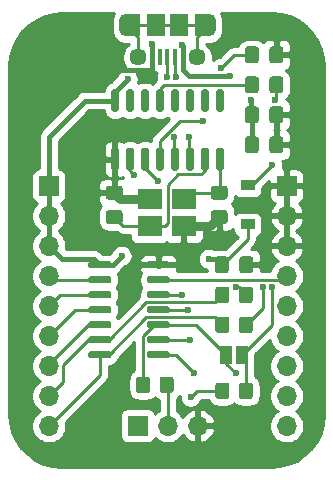
<source format=gbr>
G04 #@! TF.GenerationSoftware,KiCad,Pcbnew,(5.1.9)-1*
G04 #@! TF.CreationDate,2021-03-27T20:38:15-07:00*
G04 #@! TF.ProjectId,attiny_arduino_serial,61747469-6e79-45f6-9172-6475696e6f5f,rev?*
G04 #@! TF.SameCoordinates,Original*
G04 #@! TF.FileFunction,Copper,L1,Top*
G04 #@! TF.FilePolarity,Positive*
%FSLAX46Y46*%
G04 Gerber Fmt 4.6, Leading zero omitted, Abs format (unit mm)*
G04 Created by KiCad (PCBNEW (5.1.9)-1) date 2021-03-27 20:38:15*
%MOMM*%
%LPD*%
G01*
G04 APERTURE LIST*
G04 #@! TA.AperFunction,SMDPad,CuDef*
%ADD10R,1.200000X0.900000*%
G04 #@! TD*
G04 #@! TA.AperFunction,SMDPad,CuDef*
%ADD11R,2.100000X1.800000*%
G04 #@! TD*
G04 #@! TA.AperFunction,SMDPad,CuDef*
%ADD12R,1.000000X1.500000*%
G04 #@! TD*
G04 #@! TA.AperFunction,ComponentPad*
%ADD13O,1.700000X1.700000*%
G04 #@! TD*
G04 #@! TA.AperFunction,ComponentPad*
%ADD14R,1.700000X1.700000*%
G04 #@! TD*
G04 #@! TA.AperFunction,SMDPad,CuDef*
%ADD15R,1.200000X1.900000*%
G04 #@! TD*
G04 #@! TA.AperFunction,ComponentPad*
%ADD16O,1.200000X1.900000*%
G04 #@! TD*
G04 #@! TA.AperFunction,SMDPad,CuDef*
%ADD17R,1.500000X1.900000*%
G04 #@! TD*
G04 #@! TA.AperFunction,ComponentPad*
%ADD18C,1.450000*%
G04 #@! TD*
G04 #@! TA.AperFunction,SMDPad,CuDef*
%ADD19R,0.400000X1.350000*%
G04 #@! TD*
G04 #@! TA.AperFunction,ViaPad*
%ADD20C,0.600000*%
G04 #@! TD*
G04 #@! TA.AperFunction,Conductor*
%ADD21C,0.400000*%
G04 #@! TD*
G04 #@! TA.AperFunction,Conductor*
%ADD22C,0.800000*%
G04 #@! TD*
G04 #@! TA.AperFunction,Conductor*
%ADD23C,0.250000*%
G04 #@! TD*
G04 #@! TA.AperFunction,Conductor*
%ADD24C,0.254000*%
G04 #@! TD*
G04 #@! TA.AperFunction,Conductor*
%ADD25C,0.100000*%
G04 #@! TD*
G04 APERTURE END LIST*
G04 #@! TO.P,R4,2*
G04 #@! TO.N,+5V*
G04 #@! TA.AperFunction,SMDPad,CuDef*
G36*
G01*
X104375000Y-53397999D02*
X104375000Y-54298001D01*
G75*
G02*
X104125001Y-54548000I-249999J0D01*
G01*
X103424999Y-54548000D01*
G75*
G02*
X103175000Y-54298001I0J249999D01*
G01*
X103175000Y-53397999D01*
G75*
G02*
X103424999Y-53148000I249999J0D01*
G01*
X104125001Y-53148000D01*
G75*
G02*
X104375000Y-53397999I0J-249999D01*
G01*
G37*
G04 #@! TD.AperFunction*
G04 #@! TO.P,R4,1*
G04 #@! TO.N,Net-(C4-Pad2)*
G04 #@! TA.AperFunction,SMDPad,CuDef*
G36*
G01*
X106375000Y-53397999D02*
X106375000Y-54298001D01*
G75*
G02*
X106125001Y-54548000I-249999J0D01*
G01*
X105424999Y-54548000D01*
G75*
G02*
X105175000Y-54298001I0J249999D01*
G01*
X105175000Y-53397999D01*
G75*
G02*
X105424999Y-53148000I249999J0D01*
G01*
X106125001Y-53148000D01*
G75*
G02*
X106375000Y-53397999I0J-249999D01*
G01*
G37*
G04 #@! TD.AperFunction*
G04 #@! TD*
D10*
G04 #@! TO.P,D1,2*
G04 #@! TO.N,Net-(C4-Pad2)*
X105918000Y-36450000D03*
G04 #@! TO.P,D1,1*
G04 #@! TO.N,+5V*
X105918000Y-39750000D03*
G04 #@! TD*
D11*
G04 #@! TO.P,Y1,4*
G04 #@! TO.N,GND*
X97610000Y-37585000D03*
G04 #@! TO.P,Y1,3*
G04 #@! TO.N,Net-(C6-Pad1)*
X100510000Y-37585000D03*
G04 #@! TO.P,Y1,2*
G04 #@! TO.N,GND*
X100510000Y-39885000D03*
G04 #@! TO.P,Y1,1*
G04 #@! TO.N,Net-(C5-Pad1)*
X97610000Y-39885000D03*
G04 #@! TD*
G04 #@! TO.P,U2,14*
G04 #@! TO.N,GND*
G04 #@! TA.AperFunction,SMDPad,CuDef*
G36*
G01*
X97385000Y-43330000D02*
X97385000Y-43030000D01*
G75*
G02*
X97535000Y-42880000I150000J0D01*
G01*
X99185000Y-42880000D01*
G75*
G02*
X99335000Y-43030000I0J-150000D01*
G01*
X99335000Y-43330000D01*
G75*
G02*
X99185000Y-43480000I-150000J0D01*
G01*
X97535000Y-43480000D01*
G75*
G02*
X97385000Y-43330000I0J150000D01*
G01*
G37*
G04 #@! TD.AperFunction*
G04 #@! TO.P,U2,13*
G04 #@! TO.N,PA3*
G04 #@! TA.AperFunction,SMDPad,CuDef*
G36*
G01*
X97385000Y-44600000D02*
X97385000Y-44300000D01*
G75*
G02*
X97535000Y-44150000I150000J0D01*
G01*
X99185000Y-44150000D01*
G75*
G02*
X99335000Y-44300000I0J-150000D01*
G01*
X99335000Y-44600000D01*
G75*
G02*
X99185000Y-44750000I-150000J0D01*
G01*
X97535000Y-44750000D01*
G75*
G02*
X97385000Y-44600000I0J150000D01*
G01*
G37*
G04 #@! TD.AperFunction*
G04 #@! TO.P,U2,12*
G04 #@! TO.N,PA2*
G04 #@! TA.AperFunction,SMDPad,CuDef*
G36*
G01*
X97385000Y-45870000D02*
X97385000Y-45570000D01*
G75*
G02*
X97535000Y-45420000I150000J0D01*
G01*
X99185000Y-45420000D01*
G75*
G02*
X99335000Y-45570000I0J-150000D01*
G01*
X99335000Y-45870000D01*
G75*
G02*
X99185000Y-46020000I-150000J0D01*
G01*
X97535000Y-46020000D01*
G75*
G02*
X97385000Y-45870000I0J150000D01*
G01*
G37*
G04 #@! TD.AperFunction*
G04 #@! TO.P,U2,11*
G04 #@! TO.N,PA1*
G04 #@! TA.AperFunction,SMDPad,CuDef*
G36*
G01*
X97385000Y-47140000D02*
X97385000Y-46840000D01*
G75*
G02*
X97535000Y-46690000I150000J0D01*
G01*
X99185000Y-46690000D01*
G75*
G02*
X99335000Y-46840000I0J-150000D01*
G01*
X99335000Y-47140000D01*
G75*
G02*
X99185000Y-47290000I-150000J0D01*
G01*
X97535000Y-47290000D01*
G75*
G02*
X97385000Y-47140000I0J150000D01*
G01*
G37*
G04 #@! TD.AperFunction*
G04 #@! TO.P,U2,10*
G04 #@! TO.N,RESET*
G04 #@! TA.AperFunction,SMDPad,CuDef*
G36*
G01*
X97385000Y-48410000D02*
X97385000Y-48110000D01*
G75*
G02*
X97535000Y-47960000I150000J0D01*
G01*
X99185000Y-47960000D01*
G75*
G02*
X99335000Y-48110000I0J-150000D01*
G01*
X99335000Y-48410000D01*
G75*
G02*
X99185000Y-48560000I-150000J0D01*
G01*
X97535000Y-48560000D01*
G75*
G02*
X97385000Y-48410000I0J150000D01*
G01*
G37*
G04 #@! TD.AperFunction*
G04 #@! TO.P,U2,9*
G04 #@! TO.N,PB0*
G04 #@! TA.AperFunction,SMDPad,CuDef*
G36*
G01*
X97385000Y-49680000D02*
X97385000Y-49380000D01*
G75*
G02*
X97535000Y-49230000I150000J0D01*
G01*
X99185000Y-49230000D01*
G75*
G02*
X99335000Y-49380000I0J-150000D01*
G01*
X99335000Y-49680000D01*
G75*
G02*
X99185000Y-49830000I-150000J0D01*
G01*
X97535000Y-49830000D01*
G75*
G02*
X97385000Y-49680000I0J150000D01*
G01*
G37*
G04 #@! TD.AperFunction*
G04 #@! TO.P,U2,8*
G04 #@! TO.N,PB1*
G04 #@! TA.AperFunction,SMDPad,CuDef*
G36*
G01*
X97385000Y-50950000D02*
X97385000Y-50650000D01*
G75*
G02*
X97535000Y-50500000I150000J0D01*
G01*
X99185000Y-50500000D01*
G75*
G02*
X99335000Y-50650000I0J-150000D01*
G01*
X99335000Y-50950000D01*
G75*
G02*
X99185000Y-51100000I-150000J0D01*
G01*
X97535000Y-51100000D01*
G75*
G02*
X97385000Y-50950000I0J150000D01*
G01*
G37*
G04 #@! TD.AperFunction*
G04 #@! TO.P,U2,7*
G04 #@! TO.N,PB2*
G04 #@! TA.AperFunction,SMDPad,CuDef*
G36*
G01*
X92435000Y-50950000D02*
X92435000Y-50650000D01*
G75*
G02*
X92585000Y-50500000I150000J0D01*
G01*
X94235000Y-50500000D01*
G75*
G02*
X94385000Y-50650000I0J-150000D01*
G01*
X94385000Y-50950000D01*
G75*
G02*
X94235000Y-51100000I-150000J0D01*
G01*
X92585000Y-51100000D01*
G75*
G02*
X92435000Y-50950000I0J150000D01*
G01*
G37*
G04 #@! TD.AperFunction*
G04 #@! TO.P,U2,6*
G04 #@! TO.N,PB3*
G04 #@! TA.AperFunction,SMDPad,CuDef*
G36*
G01*
X92435000Y-49680000D02*
X92435000Y-49380000D01*
G75*
G02*
X92585000Y-49230000I150000J0D01*
G01*
X94235000Y-49230000D01*
G75*
G02*
X94385000Y-49380000I0J-150000D01*
G01*
X94385000Y-49680000D01*
G75*
G02*
X94235000Y-49830000I-150000J0D01*
G01*
X92585000Y-49830000D01*
G75*
G02*
X92435000Y-49680000I0J150000D01*
G01*
G37*
G04 #@! TD.AperFunction*
G04 #@! TO.P,U2,5*
G04 #@! TO.N,PA7*
G04 #@! TA.AperFunction,SMDPad,CuDef*
G36*
G01*
X92435000Y-48410000D02*
X92435000Y-48110000D01*
G75*
G02*
X92585000Y-47960000I150000J0D01*
G01*
X94235000Y-47960000D01*
G75*
G02*
X94385000Y-48110000I0J-150000D01*
G01*
X94385000Y-48410000D01*
G75*
G02*
X94235000Y-48560000I-150000J0D01*
G01*
X92585000Y-48560000D01*
G75*
G02*
X92435000Y-48410000I0J150000D01*
G01*
G37*
G04 #@! TD.AperFunction*
G04 #@! TO.P,U2,4*
G04 #@! TO.N,PA6*
G04 #@! TA.AperFunction,SMDPad,CuDef*
G36*
G01*
X92435000Y-47140000D02*
X92435000Y-46840000D01*
G75*
G02*
X92585000Y-46690000I150000J0D01*
G01*
X94235000Y-46690000D01*
G75*
G02*
X94385000Y-46840000I0J-150000D01*
G01*
X94385000Y-47140000D01*
G75*
G02*
X94235000Y-47290000I-150000J0D01*
G01*
X92585000Y-47290000D01*
G75*
G02*
X92435000Y-47140000I0J150000D01*
G01*
G37*
G04 #@! TD.AperFunction*
G04 #@! TO.P,U2,3*
G04 #@! TO.N,PA5*
G04 #@! TA.AperFunction,SMDPad,CuDef*
G36*
G01*
X92435000Y-45870000D02*
X92435000Y-45570000D01*
G75*
G02*
X92585000Y-45420000I150000J0D01*
G01*
X94235000Y-45420000D01*
G75*
G02*
X94385000Y-45570000I0J-150000D01*
G01*
X94385000Y-45870000D01*
G75*
G02*
X94235000Y-46020000I-150000J0D01*
G01*
X92585000Y-46020000D01*
G75*
G02*
X92435000Y-45870000I0J150000D01*
G01*
G37*
G04 #@! TD.AperFunction*
G04 #@! TO.P,U2,2*
G04 #@! TO.N,PA4*
G04 #@! TA.AperFunction,SMDPad,CuDef*
G36*
G01*
X92435000Y-44600000D02*
X92435000Y-44300000D01*
G75*
G02*
X92585000Y-44150000I150000J0D01*
G01*
X94235000Y-44150000D01*
G75*
G02*
X94385000Y-44300000I0J-150000D01*
G01*
X94385000Y-44600000D01*
G75*
G02*
X94235000Y-44750000I-150000J0D01*
G01*
X92585000Y-44750000D01*
G75*
G02*
X92435000Y-44600000I0J150000D01*
G01*
G37*
G04 #@! TD.AperFunction*
G04 #@! TO.P,U2,1*
G04 #@! TO.N,+5V*
G04 #@! TA.AperFunction,SMDPad,CuDef*
G36*
G01*
X92435000Y-43330000D02*
X92435000Y-43030000D01*
G75*
G02*
X92585000Y-42880000I150000J0D01*
G01*
X94235000Y-42880000D01*
G75*
G02*
X94385000Y-43030000I0J-150000D01*
G01*
X94385000Y-43330000D01*
G75*
G02*
X94235000Y-43480000I-150000J0D01*
G01*
X92585000Y-43480000D01*
G75*
G02*
X92435000Y-43330000I0J150000D01*
G01*
G37*
G04 #@! TD.AperFunction*
G04 #@! TD*
G04 #@! TO.P,U1,16*
G04 #@! TO.N,+5V*
G04 #@! TA.AperFunction,SMDPad,CuDef*
G36*
G01*
X94835000Y-30250000D02*
X94535000Y-30250000D01*
G75*
G02*
X94385000Y-30100000I0J150000D01*
G01*
X94385000Y-28450000D01*
G75*
G02*
X94535000Y-28300000I150000J0D01*
G01*
X94835000Y-28300000D01*
G75*
G02*
X94985000Y-28450000I0J-150000D01*
G01*
X94985000Y-30100000D01*
G75*
G02*
X94835000Y-30250000I-150000J0D01*
G01*
G37*
G04 #@! TD.AperFunction*
G04 #@! TO.P,U1,15*
G04 #@! TO.N,N/C*
G04 #@! TA.AperFunction,SMDPad,CuDef*
G36*
G01*
X96105000Y-30250000D02*
X95805000Y-30250000D01*
G75*
G02*
X95655000Y-30100000I0J150000D01*
G01*
X95655000Y-28450000D01*
G75*
G02*
X95805000Y-28300000I150000J0D01*
G01*
X96105000Y-28300000D01*
G75*
G02*
X96255000Y-28450000I0J-150000D01*
G01*
X96255000Y-30100000D01*
G75*
G02*
X96105000Y-30250000I-150000J0D01*
G01*
G37*
G04 #@! TD.AperFunction*
G04 #@! TO.P,U1,14*
G04 #@! TA.AperFunction,SMDPad,CuDef*
G36*
G01*
X97375000Y-30250000D02*
X97075000Y-30250000D01*
G75*
G02*
X96925000Y-30100000I0J150000D01*
G01*
X96925000Y-28450000D01*
G75*
G02*
X97075000Y-28300000I150000J0D01*
G01*
X97375000Y-28300000D01*
G75*
G02*
X97525000Y-28450000I0J-150000D01*
G01*
X97525000Y-30100000D01*
G75*
G02*
X97375000Y-30250000I-150000J0D01*
G01*
G37*
G04 #@! TD.AperFunction*
G04 #@! TO.P,U1,13*
G04 #@! TO.N,Net-(C4-Pad1)*
G04 #@! TA.AperFunction,SMDPad,CuDef*
G36*
G01*
X98645000Y-30250000D02*
X98345000Y-30250000D01*
G75*
G02*
X98195000Y-30100000I0J150000D01*
G01*
X98195000Y-28450000D01*
G75*
G02*
X98345000Y-28300000I150000J0D01*
G01*
X98645000Y-28300000D01*
G75*
G02*
X98795000Y-28450000I0J-150000D01*
G01*
X98795000Y-30100000D01*
G75*
G02*
X98645000Y-30250000I-150000J0D01*
G01*
G37*
G04 #@! TD.AperFunction*
G04 #@! TO.P,U1,12*
G04 #@! TO.N,N/C*
G04 #@! TA.AperFunction,SMDPad,CuDef*
G36*
G01*
X99915000Y-30250000D02*
X99615000Y-30250000D01*
G75*
G02*
X99465000Y-30100000I0J150000D01*
G01*
X99465000Y-28450000D01*
G75*
G02*
X99615000Y-28300000I150000J0D01*
G01*
X99915000Y-28300000D01*
G75*
G02*
X100065000Y-28450000I0J-150000D01*
G01*
X100065000Y-30100000D01*
G75*
G02*
X99915000Y-30250000I-150000J0D01*
G01*
G37*
G04 #@! TD.AperFunction*
G04 #@! TO.P,U1,11*
G04 #@! TA.AperFunction,SMDPad,CuDef*
G36*
G01*
X101185000Y-30250000D02*
X100885000Y-30250000D01*
G75*
G02*
X100735000Y-30100000I0J150000D01*
G01*
X100735000Y-28450000D01*
G75*
G02*
X100885000Y-28300000I150000J0D01*
G01*
X101185000Y-28300000D01*
G75*
G02*
X101335000Y-28450000I0J-150000D01*
G01*
X101335000Y-30100000D01*
G75*
G02*
X101185000Y-30250000I-150000J0D01*
G01*
G37*
G04 #@! TD.AperFunction*
G04 #@! TO.P,U1,10*
G04 #@! TA.AperFunction,SMDPad,CuDef*
G36*
G01*
X102455000Y-30250000D02*
X102155000Y-30250000D01*
G75*
G02*
X102005000Y-30100000I0J150000D01*
G01*
X102005000Y-28450000D01*
G75*
G02*
X102155000Y-28300000I150000J0D01*
G01*
X102455000Y-28300000D01*
G75*
G02*
X102605000Y-28450000I0J-150000D01*
G01*
X102605000Y-30100000D01*
G75*
G02*
X102455000Y-30250000I-150000J0D01*
G01*
G37*
G04 #@! TD.AperFunction*
G04 #@! TO.P,U1,9*
G04 #@! TA.AperFunction,SMDPad,CuDef*
G36*
G01*
X103725000Y-30250000D02*
X103425000Y-30250000D01*
G75*
G02*
X103275000Y-30100000I0J150000D01*
G01*
X103275000Y-28450000D01*
G75*
G02*
X103425000Y-28300000I150000J0D01*
G01*
X103725000Y-28300000D01*
G75*
G02*
X103875000Y-28450000I0J-150000D01*
G01*
X103875000Y-30100000D01*
G75*
G02*
X103725000Y-30250000I-150000J0D01*
G01*
G37*
G04 #@! TD.AperFunction*
G04 #@! TO.P,U1,8*
G04 #@! TO.N,Net-(C6-Pad1)*
G04 #@! TA.AperFunction,SMDPad,CuDef*
G36*
G01*
X103725000Y-35200000D02*
X103425000Y-35200000D01*
G75*
G02*
X103275000Y-35050000I0J150000D01*
G01*
X103275000Y-33400000D01*
G75*
G02*
X103425000Y-33250000I150000J0D01*
G01*
X103725000Y-33250000D01*
G75*
G02*
X103875000Y-33400000I0J-150000D01*
G01*
X103875000Y-35050000D01*
G75*
G02*
X103725000Y-35200000I-150000J0D01*
G01*
G37*
G04 #@! TD.AperFunction*
G04 #@! TO.P,U1,7*
G04 #@! TO.N,Net-(C5-Pad1)*
G04 #@! TA.AperFunction,SMDPad,CuDef*
G36*
G01*
X102455000Y-35200000D02*
X102155000Y-35200000D01*
G75*
G02*
X102005000Y-35050000I0J150000D01*
G01*
X102005000Y-33400000D01*
G75*
G02*
X102155000Y-33250000I150000J0D01*
G01*
X102455000Y-33250000D01*
G75*
G02*
X102605000Y-33400000I0J-150000D01*
G01*
X102605000Y-35050000D01*
G75*
G02*
X102455000Y-35200000I-150000J0D01*
G01*
G37*
G04 #@! TD.AperFunction*
G04 #@! TO.P,U1,6*
G04 #@! TO.N,Net-(J1-Pad2)*
G04 #@! TA.AperFunction,SMDPad,CuDef*
G36*
G01*
X101185000Y-35200000D02*
X100885000Y-35200000D01*
G75*
G02*
X100735000Y-35050000I0J150000D01*
G01*
X100735000Y-33400000D01*
G75*
G02*
X100885000Y-33250000I150000J0D01*
G01*
X101185000Y-33250000D01*
G75*
G02*
X101335000Y-33400000I0J-150000D01*
G01*
X101335000Y-35050000D01*
G75*
G02*
X101185000Y-35200000I-150000J0D01*
G01*
G37*
G04 #@! TD.AperFunction*
G04 #@! TO.P,U1,5*
G04 #@! TO.N,Net-(J1-Pad3)*
G04 #@! TA.AperFunction,SMDPad,CuDef*
G36*
G01*
X99915000Y-35200000D02*
X99615000Y-35200000D01*
G75*
G02*
X99465000Y-35050000I0J150000D01*
G01*
X99465000Y-33400000D01*
G75*
G02*
X99615000Y-33250000I150000J0D01*
G01*
X99915000Y-33250000D01*
G75*
G02*
X100065000Y-33400000I0J-150000D01*
G01*
X100065000Y-35050000D01*
G75*
G02*
X99915000Y-35200000I-150000J0D01*
G01*
G37*
G04 #@! TD.AperFunction*
G04 #@! TO.P,U1,4*
G04 #@! TO.N,Net-(C1-Pad1)*
G04 #@! TA.AperFunction,SMDPad,CuDef*
G36*
G01*
X98645000Y-35200000D02*
X98345000Y-35200000D01*
G75*
G02*
X98195000Y-35050000I0J150000D01*
G01*
X98195000Y-33400000D01*
G75*
G02*
X98345000Y-33250000I150000J0D01*
G01*
X98645000Y-33250000D01*
G75*
G02*
X98795000Y-33400000I0J-150000D01*
G01*
X98795000Y-35050000D01*
G75*
G02*
X98645000Y-35200000I-150000J0D01*
G01*
G37*
G04 #@! TD.AperFunction*
G04 #@! TO.P,U1,3*
G04 #@! TO.N,RXD*
G04 #@! TA.AperFunction,SMDPad,CuDef*
G36*
G01*
X97375000Y-35200000D02*
X97075000Y-35200000D01*
G75*
G02*
X96925000Y-35050000I0J150000D01*
G01*
X96925000Y-33400000D01*
G75*
G02*
X97075000Y-33250000I150000J0D01*
G01*
X97375000Y-33250000D01*
G75*
G02*
X97525000Y-33400000I0J-150000D01*
G01*
X97525000Y-35050000D01*
G75*
G02*
X97375000Y-35200000I-150000J0D01*
G01*
G37*
G04 #@! TD.AperFunction*
G04 #@! TO.P,U1,2*
G04 #@! TO.N,TXD*
G04 #@! TA.AperFunction,SMDPad,CuDef*
G36*
G01*
X96105000Y-35200000D02*
X95805000Y-35200000D01*
G75*
G02*
X95655000Y-35050000I0J150000D01*
G01*
X95655000Y-33400000D01*
G75*
G02*
X95805000Y-33250000I150000J0D01*
G01*
X96105000Y-33250000D01*
G75*
G02*
X96255000Y-33400000I0J-150000D01*
G01*
X96255000Y-35050000D01*
G75*
G02*
X96105000Y-35200000I-150000J0D01*
G01*
G37*
G04 #@! TD.AperFunction*
G04 #@! TO.P,U1,1*
G04 #@! TO.N,GND*
G04 #@! TA.AperFunction,SMDPad,CuDef*
G36*
G01*
X94835000Y-35200000D02*
X94535000Y-35200000D01*
G75*
G02*
X94385000Y-35050000I0J150000D01*
G01*
X94385000Y-33400000D01*
G75*
G02*
X94535000Y-33250000I150000J0D01*
G01*
X94835000Y-33250000D01*
G75*
G02*
X94985000Y-33400000I0J-150000D01*
G01*
X94985000Y-35050000D01*
G75*
G02*
X94835000Y-35200000I-150000J0D01*
G01*
G37*
G04 #@! TD.AperFunction*
G04 #@! TD*
G04 #@! TO.P,R3,2*
G04 #@! TO.N,RESET*
G04 #@! TA.AperFunction,SMDPad,CuDef*
G36*
G01*
X97660000Y-52889999D02*
X97660000Y-53790001D01*
G75*
G02*
X97410001Y-54040000I-249999J0D01*
G01*
X96709999Y-54040000D01*
G75*
G02*
X96460000Y-53790001I0J249999D01*
G01*
X96460000Y-52889999D01*
G75*
G02*
X96709999Y-52640000I249999J0D01*
G01*
X97410001Y-52640000D01*
G75*
G02*
X97660000Y-52889999I0J-249999D01*
G01*
G37*
G04 #@! TD.AperFunction*
G04 #@! TO.P,R3,1*
G04 #@! TO.N,Net-(J2-Pad2)*
G04 #@! TA.AperFunction,SMDPad,CuDef*
G36*
G01*
X99660000Y-52889999D02*
X99660000Y-53790001D01*
G75*
G02*
X99410001Y-54040000I-249999J0D01*
G01*
X98709999Y-54040000D01*
G75*
G02*
X98460000Y-53790001I0J249999D01*
G01*
X98460000Y-52889999D01*
G75*
G02*
X98709999Y-52640000I249999J0D01*
G01*
X99410001Y-52640000D01*
G75*
G02*
X99660000Y-52889999I0J-249999D01*
G01*
G37*
G04 #@! TD.AperFunction*
G04 #@! TD*
G04 #@! TO.P,R2,2*
G04 #@! TO.N,TXD*
G04 #@! TA.AperFunction,SMDPad,CuDef*
G36*
G01*
X105175000Y-46170001D02*
X105175000Y-45269999D01*
G75*
G02*
X105424999Y-45020000I249999J0D01*
G01*
X106125001Y-45020000D01*
G75*
G02*
X106375000Y-45269999I0J-249999D01*
G01*
X106375000Y-46170001D01*
G75*
G02*
X106125001Y-46420000I-249999J0D01*
G01*
X105424999Y-46420000D01*
G75*
G02*
X105175000Y-46170001I0J249999D01*
G01*
G37*
G04 #@! TD.AperFunction*
G04 #@! TO.P,R2,1*
G04 #@! TO.N,PB3*
G04 #@! TA.AperFunction,SMDPad,CuDef*
G36*
G01*
X103175000Y-46170001D02*
X103175000Y-45269999D01*
G75*
G02*
X103424999Y-45020000I249999J0D01*
G01*
X104125001Y-45020000D01*
G75*
G02*
X104375000Y-45269999I0J-249999D01*
G01*
X104375000Y-46170001D01*
G75*
G02*
X104125001Y-46420000I-249999J0D01*
G01*
X103424999Y-46420000D01*
G75*
G02*
X103175000Y-46170001I0J249999D01*
G01*
G37*
G04 #@! TD.AperFunction*
G04 #@! TD*
G04 #@! TO.P,R1,2*
G04 #@! TO.N,RXD*
G04 #@! TA.AperFunction,SMDPad,CuDef*
G36*
G01*
X105175000Y-48710001D02*
X105175000Y-47809999D01*
G75*
G02*
X105424999Y-47560000I249999J0D01*
G01*
X106125001Y-47560000D01*
G75*
G02*
X106375000Y-47809999I0J-249999D01*
G01*
X106375000Y-48710001D01*
G75*
G02*
X106125001Y-48960000I-249999J0D01*
G01*
X105424999Y-48960000D01*
G75*
G02*
X105175000Y-48710001I0J249999D01*
G01*
G37*
G04 #@! TD.AperFunction*
G04 #@! TO.P,R1,1*
G04 #@! TO.N,PB2*
G04 #@! TA.AperFunction,SMDPad,CuDef*
G36*
G01*
X103175000Y-48710001D02*
X103175000Y-47809999D01*
G75*
G02*
X103424999Y-47560000I249999J0D01*
G01*
X104125001Y-47560000D01*
G75*
G02*
X104375000Y-47809999I0J-249999D01*
G01*
X104375000Y-48710001D01*
G75*
G02*
X104125001Y-48960000I-249999J0D01*
G01*
X103424999Y-48960000D01*
G75*
G02*
X103175000Y-48710001I0J249999D01*
G01*
G37*
G04 #@! TD.AperFunction*
G04 #@! TD*
D12*
G04 #@! TO.P,JP1,1*
G04 #@! TO.N,Net-(C4-Pad2)*
X105425000Y-50800000D03*
G04 #@! TO.P,JP1,2*
G04 #@! TO.N,RESET*
X104125000Y-50800000D03*
G04 #@! TD*
D13*
G04 #@! TO.P,J4,9*
G04 #@! TO.N,PB1*
X109220000Y-56817000D03*
G04 #@! TO.P,J4,8*
G04 #@! TO.N,PB0*
X109220000Y-54277000D03*
G04 #@! TO.P,J4,7*
G04 #@! TO.N,RESET*
X109220000Y-51737000D03*
G04 #@! TO.P,J4,6*
G04 #@! TO.N,PA1*
X109220000Y-49197000D03*
G04 #@! TO.P,J4,5*
G04 #@! TO.N,PA2*
X109220000Y-46657000D03*
G04 #@! TO.P,J4,4*
G04 #@! TO.N,PA3*
X109220000Y-44117000D03*
G04 #@! TO.P,J4,3*
G04 #@! TO.N,GND*
X109220000Y-41577000D03*
G04 #@! TO.P,J4,2*
X109220000Y-39037000D03*
D14*
G04 #@! TO.P,J4,1*
X109220000Y-36497000D03*
G04 #@! TD*
D13*
G04 #@! TO.P,J3,9*
G04 #@! TO.N,PB2*
X89090000Y-56817000D03*
G04 #@! TO.P,J3,8*
G04 #@! TO.N,PB3*
X89090000Y-54277000D03*
G04 #@! TO.P,J3,7*
G04 #@! TO.N,PA7*
X89090000Y-51737000D03*
G04 #@! TO.P,J3,6*
G04 #@! TO.N,PA6*
X89090000Y-49197000D03*
G04 #@! TO.P,J3,5*
G04 #@! TO.N,PA5*
X89090000Y-46657000D03*
G04 #@! TO.P,J3,4*
G04 #@! TO.N,PA4*
X89090000Y-44117000D03*
G04 #@! TO.P,J3,3*
G04 #@! TO.N,+5V*
X89090000Y-41577000D03*
G04 #@! TO.P,J3,2*
X89090000Y-39037000D03*
D14*
G04 #@! TO.P,J3,1*
X89090000Y-36497000D03*
G04 #@! TD*
D13*
G04 #@! TO.P,J2,3*
G04 #@! TO.N,GND*
X101685000Y-56797000D03*
G04 #@! TO.P,J2,2*
G04 #@! TO.N,Net-(J2-Pad2)*
X99145000Y-56797000D03*
D14*
G04 #@! TO.P,J2,1*
G04 #@! TO.N,+5V*
X96605000Y-56797000D03*
G04 #@! TD*
D15*
G04 #@! TO.P,J1,6*
G04 #@! TO.N,Net-(J1-Pad6)*
X102030000Y-22892500D03*
X96230000Y-22892500D03*
D16*
X95630000Y-22892500D03*
X102630000Y-22892500D03*
D17*
X100130000Y-22892500D03*
D18*
X96630000Y-25592500D03*
D19*
G04 #@! TO.P,J1,3*
G04 #@! TO.N,Net-(J1-Pad3)*
X99130000Y-25592500D03*
G04 #@! TO.P,J1,4*
G04 #@! TO.N,N/C*
X98480000Y-25592500D03*
G04 #@! TO.P,J1,5*
G04 #@! TO.N,GND*
X97830000Y-25592500D03*
G04 #@! TO.P,J1,1*
G04 #@! TO.N,+5V*
X100430000Y-25592500D03*
G04 #@! TO.P,J1,2*
G04 #@! TO.N,Net-(J1-Pad2)*
X99780000Y-25592500D03*
D18*
G04 #@! TO.P,J1,6*
G04 #@! TO.N,Net-(J1-Pad6)*
X101630000Y-25592500D03*
D17*
X98130000Y-22892500D03*
G04 #@! TD*
G04 #@! TO.P,C7,2*
G04 #@! TO.N,GND*
G04 #@! TA.AperFunction,SMDPad,CuDef*
G36*
G01*
X105225000Y-43655000D02*
X105225000Y-42705000D01*
G75*
G02*
X105475000Y-42455000I250000J0D01*
G01*
X106150000Y-42455000D01*
G75*
G02*
X106400000Y-42705000I0J-250000D01*
G01*
X106400000Y-43655000D01*
G75*
G02*
X106150000Y-43905000I-250000J0D01*
G01*
X105475000Y-43905000D01*
G75*
G02*
X105225000Y-43655000I0J250000D01*
G01*
G37*
G04 #@! TD.AperFunction*
G04 #@! TO.P,C7,1*
G04 #@! TO.N,+5V*
G04 #@! TA.AperFunction,SMDPad,CuDef*
G36*
G01*
X103150000Y-43655000D02*
X103150000Y-42705000D01*
G75*
G02*
X103400000Y-42455000I250000J0D01*
G01*
X104075000Y-42455000D01*
G75*
G02*
X104325000Y-42705000I0J-250000D01*
G01*
X104325000Y-43655000D01*
G75*
G02*
X104075000Y-43905000I-250000J0D01*
G01*
X103400000Y-43905000D01*
G75*
G02*
X103150000Y-43655000I0J250000D01*
G01*
G37*
G04 #@! TD.AperFunction*
G04 #@! TD*
G04 #@! TO.P,C6,2*
G04 #@! TO.N,GND*
G04 #@! TA.AperFunction,SMDPad,CuDef*
G36*
G01*
X103030000Y-38550000D02*
X103980000Y-38550000D01*
G75*
G02*
X104230000Y-38800000I0J-250000D01*
G01*
X104230000Y-39475000D01*
G75*
G02*
X103980000Y-39725000I-250000J0D01*
G01*
X103030000Y-39725000D01*
G75*
G02*
X102780000Y-39475000I0J250000D01*
G01*
X102780000Y-38800000D01*
G75*
G02*
X103030000Y-38550000I250000J0D01*
G01*
G37*
G04 #@! TD.AperFunction*
G04 #@! TO.P,C6,1*
G04 #@! TO.N,Net-(C6-Pad1)*
G04 #@! TA.AperFunction,SMDPad,CuDef*
G36*
G01*
X103030000Y-36475000D02*
X103980000Y-36475000D01*
G75*
G02*
X104230000Y-36725000I0J-250000D01*
G01*
X104230000Y-37400000D01*
G75*
G02*
X103980000Y-37650000I-250000J0D01*
G01*
X103030000Y-37650000D01*
G75*
G02*
X102780000Y-37400000I0J250000D01*
G01*
X102780000Y-36725000D01*
G75*
G02*
X103030000Y-36475000I250000J0D01*
G01*
G37*
G04 #@! TD.AperFunction*
G04 #@! TD*
G04 #@! TO.P,C5,2*
G04 #@! TO.N,GND*
G04 #@! TA.AperFunction,SMDPad,CuDef*
G36*
G01*
X95090000Y-37650000D02*
X94140000Y-37650000D01*
G75*
G02*
X93890000Y-37400000I0J250000D01*
G01*
X93890000Y-36725000D01*
G75*
G02*
X94140000Y-36475000I250000J0D01*
G01*
X95090000Y-36475000D01*
G75*
G02*
X95340000Y-36725000I0J-250000D01*
G01*
X95340000Y-37400000D01*
G75*
G02*
X95090000Y-37650000I-250000J0D01*
G01*
G37*
G04 #@! TD.AperFunction*
G04 #@! TO.P,C5,1*
G04 #@! TO.N,Net-(C5-Pad1)*
G04 #@! TA.AperFunction,SMDPad,CuDef*
G36*
G01*
X95090000Y-39725000D02*
X94140000Y-39725000D01*
G75*
G02*
X93890000Y-39475000I0J250000D01*
G01*
X93890000Y-38800000D01*
G75*
G02*
X94140000Y-38550000I250000J0D01*
G01*
X95090000Y-38550000D01*
G75*
G02*
X95340000Y-38800000I0J-250000D01*
G01*
X95340000Y-39475000D01*
G75*
G02*
X95090000Y-39725000I-250000J0D01*
G01*
G37*
G04 #@! TD.AperFunction*
G04 #@! TD*
G04 #@! TO.P,C4,2*
G04 #@! TO.N,Net-(C4-Pad2)*
G04 #@! TA.AperFunction,SMDPad,CuDef*
G36*
G01*
X107765000Y-28415000D02*
X107765000Y-27465000D01*
G75*
G02*
X108015000Y-27215000I250000J0D01*
G01*
X108690000Y-27215000D01*
G75*
G02*
X108940000Y-27465000I0J-250000D01*
G01*
X108940000Y-28415000D01*
G75*
G02*
X108690000Y-28665000I-250000J0D01*
G01*
X108015000Y-28665000D01*
G75*
G02*
X107765000Y-28415000I0J250000D01*
G01*
G37*
G04 #@! TD.AperFunction*
G04 #@! TO.P,C4,1*
G04 #@! TO.N,Net-(C4-Pad1)*
G04 #@! TA.AperFunction,SMDPad,CuDef*
G36*
G01*
X105690000Y-28415000D02*
X105690000Y-27465000D01*
G75*
G02*
X105940000Y-27215000I250000J0D01*
G01*
X106615000Y-27215000D01*
G75*
G02*
X106865000Y-27465000I0J-250000D01*
G01*
X106865000Y-28415000D01*
G75*
G02*
X106615000Y-28665000I-250000J0D01*
G01*
X105940000Y-28665000D01*
G75*
G02*
X105690000Y-28415000I0J250000D01*
G01*
G37*
G04 #@! TD.AperFunction*
G04 #@! TD*
G04 #@! TO.P,C3,2*
G04 #@! TO.N,GND*
G04 #@! TA.AperFunction,SMDPad,CuDef*
G36*
G01*
X107765000Y-33495000D02*
X107765000Y-32545000D01*
G75*
G02*
X108015000Y-32295000I250000J0D01*
G01*
X108690000Y-32295000D01*
G75*
G02*
X108940000Y-32545000I0J-250000D01*
G01*
X108940000Y-33495000D01*
G75*
G02*
X108690000Y-33745000I-250000J0D01*
G01*
X108015000Y-33745000D01*
G75*
G02*
X107765000Y-33495000I0J250000D01*
G01*
G37*
G04 #@! TD.AperFunction*
G04 #@! TO.P,C3,1*
G04 #@! TO.N,+5V*
G04 #@! TA.AperFunction,SMDPad,CuDef*
G36*
G01*
X105690000Y-33495000D02*
X105690000Y-32545000D01*
G75*
G02*
X105940000Y-32295000I250000J0D01*
G01*
X106615000Y-32295000D01*
G75*
G02*
X106865000Y-32545000I0J-250000D01*
G01*
X106865000Y-33495000D01*
G75*
G02*
X106615000Y-33745000I-250000J0D01*
G01*
X105940000Y-33745000D01*
G75*
G02*
X105690000Y-33495000I0J250000D01*
G01*
G37*
G04 #@! TD.AperFunction*
G04 #@! TD*
G04 #@! TO.P,C2,2*
G04 #@! TO.N,GND*
G04 #@! TA.AperFunction,SMDPad,CuDef*
G36*
G01*
X107765000Y-30955000D02*
X107765000Y-30005000D01*
G75*
G02*
X108015000Y-29755000I250000J0D01*
G01*
X108690000Y-29755000D01*
G75*
G02*
X108940000Y-30005000I0J-250000D01*
G01*
X108940000Y-30955000D01*
G75*
G02*
X108690000Y-31205000I-250000J0D01*
G01*
X108015000Y-31205000D01*
G75*
G02*
X107765000Y-30955000I0J250000D01*
G01*
G37*
G04 #@! TD.AperFunction*
G04 #@! TO.P,C2,1*
G04 #@! TO.N,+5V*
G04 #@! TA.AperFunction,SMDPad,CuDef*
G36*
G01*
X105690000Y-30955000D02*
X105690000Y-30005000D01*
G75*
G02*
X105940000Y-29755000I250000J0D01*
G01*
X106615000Y-29755000D01*
G75*
G02*
X106865000Y-30005000I0J-250000D01*
G01*
X106865000Y-30955000D01*
G75*
G02*
X106615000Y-31205000I-250000J0D01*
G01*
X105940000Y-31205000D01*
G75*
G02*
X105690000Y-30955000I0J250000D01*
G01*
G37*
G04 #@! TD.AperFunction*
G04 #@! TD*
G04 #@! TO.P,C1,2*
G04 #@! TO.N,GND*
G04 #@! TA.AperFunction,SMDPad,CuDef*
G36*
G01*
X107765000Y-25875000D02*
X107765000Y-24925000D01*
G75*
G02*
X108015000Y-24675000I250000J0D01*
G01*
X108690000Y-24675000D01*
G75*
G02*
X108940000Y-24925000I0J-250000D01*
G01*
X108940000Y-25875000D01*
G75*
G02*
X108690000Y-26125000I-250000J0D01*
G01*
X108015000Y-26125000D01*
G75*
G02*
X107765000Y-25875000I0J250000D01*
G01*
G37*
G04 #@! TD.AperFunction*
G04 #@! TO.P,C1,1*
G04 #@! TO.N,Net-(C1-Pad1)*
G04 #@! TA.AperFunction,SMDPad,CuDef*
G36*
G01*
X105690000Y-25875000D02*
X105690000Y-24925000D01*
G75*
G02*
X105940000Y-24675000I250000J0D01*
G01*
X106615000Y-24675000D01*
G75*
G02*
X106865000Y-24925000I0J-250000D01*
G01*
X106865000Y-25875000D01*
G75*
G02*
X106615000Y-26125000I-250000J0D01*
G01*
X105940000Y-26125000D01*
G75*
G02*
X105690000Y-25875000I0J250000D01*
G01*
G37*
G04 #@! TD.AperFunction*
G04 #@! TD*
D20*
G04 #@! TO.N,GND*
X97790000Y-24511000D03*
X91440000Y-57404000D03*
X92440000Y-57404000D03*
X93440000Y-57404000D03*
X91440000Y-58404000D03*
X92440000Y-58404000D03*
X93440000Y-58404000D03*
X91440000Y-33020000D03*
X92440000Y-33020000D03*
X91440000Y-35020000D03*
X92440000Y-35020000D03*
X91440000Y-37020000D03*
X92440000Y-37020000D03*
X91440000Y-39020000D03*
X92440000Y-39020000D03*
X91440000Y-41020000D03*
X92440000Y-41020000D03*
X91440000Y-22860000D03*
X92440000Y-22860000D03*
X93440000Y-22860000D03*
X91440000Y-23860000D03*
X92440000Y-23860000D03*
X93440000Y-23860000D03*
X91440000Y-24860000D03*
X92440000Y-24860000D03*
X93440000Y-24860000D03*
X91440000Y-25860000D03*
X92440000Y-25860000D03*
X93440000Y-25860000D03*
X91440000Y-26860000D03*
X92440000Y-26860000D03*
X93440000Y-26860000D03*
G04 #@! TO.N,Net-(C1-Pad1)*
X102108000Y-30988000D03*
X103678457Y-26478000D03*
G04 #@! TO.N,+5V*
X104394000Y-27178000D03*
X106172000Y-29210000D03*
X100370708Y-24605492D03*
X95758000Y-27432000D03*
X95250000Y-42418000D03*
X102616000Y-42672000D03*
X101092000Y-54356000D03*
G04 #@! TO.N,Net-(C4-Pad2)*
X107988003Y-45075000D03*
X108204000Y-29210000D03*
X107988003Y-34759997D03*
G04 #@! TO.N,Net-(J1-Pad3)*
X99060000Y-27305000D03*
X99695000Y-32385000D03*
G04 #@! TO.N,Net-(J1-Pad2)*
X99860003Y-27305000D03*
X100965000Y-32385000D03*
G04 #@! TO.N,PB1*
X101346000Y-52324000D03*
G04 #@! TO.N,PB0*
X101019998Y-49530000D03*
G04 #@! TO.N,PA1*
X100838000Y-46990000D03*
G04 #@! TO.N,PA2*
X100330000Y-45720000D03*
G04 #@! TO.N,RESET*
X104902000Y-52324000D03*
G04 #@! TO.N,RXD*
X98298000Y-36068000D03*
X107188000Y-45075000D03*
G04 #@! TO.N,TXD*
X96266000Y-35560000D03*
X104902000Y-45095000D03*
G04 #@! TD*
D21*
G04 #@! TO.N,GND*
X97830000Y-25592500D02*
X97830000Y-25694000D01*
X97830000Y-25734000D02*
X97830000Y-26924000D01*
D22*
X102757500Y-39885000D02*
X103505000Y-39137500D01*
X100510000Y-39885000D02*
X102757500Y-39885000D01*
X95137500Y-37585000D02*
X94615000Y-37062500D01*
X97610000Y-37585000D02*
X95137500Y-37585000D01*
D21*
X97830000Y-24551000D02*
X97790000Y-24511000D01*
X97830000Y-25592500D02*
X97830000Y-24551000D01*
X94488000Y-25908000D02*
X93472000Y-25908000D01*
X94742000Y-26162000D02*
X94488000Y-25908000D01*
X94742000Y-26670000D02*
X94742000Y-26162000D01*
X94789501Y-26717501D02*
X94742000Y-26670000D01*
X97779999Y-26717501D02*
X94789501Y-26717501D01*
X97830000Y-26667500D02*
X97779999Y-26717501D01*
X97830000Y-25592500D02*
X97830000Y-26667500D01*
D23*
G04 #@! TO.N,Net-(C1-Pad1)*
X100166998Y-30988000D02*
X102108000Y-30988000D01*
X98495000Y-32659998D02*
X100166998Y-30988000D01*
X98495000Y-34225000D02*
X98495000Y-32659998D01*
X104772000Y-25400000D02*
X106277500Y-25400000D01*
X103694000Y-26478000D02*
X104772000Y-25400000D01*
X103678457Y-26478000D02*
X103694000Y-26478000D01*
D21*
G04 #@! TO.N,+5V*
X100940500Y-27178000D02*
X104394000Y-27178000D01*
X100430000Y-26667500D02*
X100940500Y-27178000D01*
X100430000Y-25592500D02*
X100430000Y-26667500D01*
X106172000Y-30374500D02*
X106277500Y-30480000D01*
X106172000Y-29210000D02*
X106172000Y-30374500D01*
X106277500Y-30480000D02*
X106277500Y-33020000D01*
X94685000Y-29275000D02*
X92137000Y-29275000D01*
X89090000Y-32322000D02*
X89090000Y-36497000D01*
X92137000Y-29275000D02*
X89090000Y-32322000D01*
X100430000Y-24664784D02*
X100370708Y-24605492D01*
X100430000Y-25592500D02*
X100430000Y-24664784D01*
X94685000Y-28505000D02*
X94685000Y-29275000D01*
X95758000Y-27432000D02*
X94685000Y-28505000D01*
X89090000Y-36497000D02*
X89090000Y-41577000D01*
X89090000Y-41577000D02*
X90185000Y-42672000D01*
X92902000Y-42672000D02*
X93410000Y-43180000D01*
X90185000Y-42672000D02*
X92902000Y-42672000D01*
X94488000Y-43180000D02*
X95250000Y-42418000D01*
X93410000Y-43180000D02*
X94488000Y-43180000D01*
X103229500Y-42672000D02*
X103737500Y-43180000D01*
X102616000Y-42672000D02*
X103229500Y-42672000D01*
D23*
X101600000Y-53848000D02*
X101092000Y-54356000D01*
X103775000Y-53848000D02*
X101600000Y-53848000D01*
X105918000Y-40999500D02*
X103737500Y-43180000D01*
X105918000Y-39750000D02*
X105918000Y-40999500D01*
G04 #@! TO.N,Net-(C4-Pad2)*
X107988003Y-48236997D02*
X107988003Y-45075000D01*
X105425000Y-50800000D02*
X107988003Y-48236997D01*
X108352500Y-29061500D02*
X108204000Y-29210000D01*
X108352500Y-27940000D02*
X108352500Y-29061500D01*
X105766998Y-54277000D02*
X105766998Y-54277000D01*
X105775000Y-51150000D02*
X105775000Y-53848000D01*
X105425000Y-50800000D02*
X105775000Y-51150000D01*
X106298000Y-36450000D02*
X107988003Y-34759997D01*
X105918000Y-36450000D02*
X106298000Y-36450000D01*
G04 #@! TO.N,Net-(C4-Pad1)*
X98855000Y-27940000D02*
X106277500Y-27940000D01*
X98495000Y-28300000D02*
X98855000Y-27940000D01*
X98495000Y-29275000D02*
X98495000Y-28300000D01*
G04 #@! TO.N,Net-(C5-Pad1)*
X95362500Y-39885000D02*
X94615000Y-39137500D01*
X97610000Y-39885000D02*
X95362500Y-39885000D01*
X101979990Y-35525010D02*
X102305000Y-35200000D01*
X102305000Y-35200000D02*
X102305000Y-34225000D01*
X100034988Y-35525010D02*
X101979990Y-35525010D01*
X99134999Y-39660001D02*
X99134999Y-36424999D01*
X99134999Y-36424999D02*
X100034988Y-35525010D01*
X98910000Y-39885000D02*
X99134999Y-39660001D01*
X97610000Y-39885000D02*
X98910000Y-39885000D01*
G04 #@! TO.N,Net-(C6-Pad1)*
X103575000Y-36992500D02*
X103505000Y-37062500D01*
X103575000Y-34225000D02*
X103575000Y-36992500D01*
X101032500Y-37062500D02*
X100510000Y-37585000D01*
X103505000Y-37062500D02*
X101032500Y-37062500D01*
G04 #@! TO.N,Net-(J1-Pad6)*
X96230000Y-22892500D02*
X102630000Y-22892500D01*
X101630000Y-23892500D02*
X102630000Y-22892500D01*
X101630000Y-25592500D02*
X101630000Y-23892500D01*
X96630000Y-23892500D02*
X95630000Y-22892500D01*
X96630000Y-25592500D02*
X96630000Y-23892500D01*
G04 #@! TO.N,Net-(J1-Pad3)*
X99130000Y-27235000D02*
X99060000Y-27305000D01*
X99130000Y-25592500D02*
X99130000Y-27235000D01*
X99695000Y-34155000D02*
X99765000Y-34225000D01*
X99695000Y-32385000D02*
X99695000Y-34155000D01*
G04 #@! TO.N,Net-(J1-Pad2)*
X99780000Y-27224997D02*
X99860003Y-27305000D01*
X99780000Y-25592500D02*
X99780000Y-27224997D01*
X100965000Y-34155000D02*
X101035000Y-34225000D01*
X100965000Y-32385000D02*
X100965000Y-34155000D01*
G04 #@! TO.N,Net-(J2-Pad2)*
X99145000Y-53425000D02*
X99060000Y-53340000D01*
X99145000Y-56797000D02*
X99145000Y-53425000D01*
G04 #@! TO.N,PB2*
X93410000Y-52497000D02*
X89090000Y-56817000D01*
X93410000Y-50800000D02*
X93410000Y-52497000D01*
X97338242Y-47634990D02*
X103149990Y-47634990D01*
X103149990Y-47634990D02*
X103775000Y-48260000D01*
X94173232Y-50800000D02*
X97338242Y-47634990D01*
X93410000Y-50800000D02*
X94173232Y-50800000D01*
G04 #@! TO.N,PB3*
X90265001Y-53101999D02*
X89090000Y-54277000D01*
X90265001Y-51699999D02*
X90265001Y-53101999D01*
X92435000Y-49530000D02*
X90265001Y-51699999D01*
X93410000Y-49530000D02*
X92435000Y-49530000D01*
X97338242Y-46364990D02*
X103130010Y-46364990D01*
X94173232Y-49530000D02*
X97338242Y-46364990D01*
X103130010Y-46364990D02*
X103775000Y-45720000D01*
X93410000Y-49530000D02*
X94173232Y-49530000D01*
G04 #@! TO.N,PA7*
X89090000Y-51605000D02*
X89090000Y-51737000D01*
X92435000Y-48260000D02*
X89090000Y-51605000D01*
X93410000Y-48260000D02*
X92435000Y-48260000D01*
G04 #@! TO.N,PA6*
X91297000Y-46990000D02*
X89090000Y-49197000D01*
X93410000Y-46990000D02*
X91297000Y-46990000D01*
G04 #@! TO.N,PA5*
X90027000Y-45720000D02*
X89090000Y-46657000D01*
X93410000Y-45720000D02*
X90027000Y-45720000D01*
G04 #@! TO.N,PA4*
X89423000Y-44450000D02*
X89090000Y-44117000D01*
X93410000Y-44450000D02*
X89423000Y-44450000D01*
G04 #@! TO.N,PB1*
X99822000Y-50800000D02*
X101346000Y-52324000D01*
X98360000Y-50800000D02*
X99822000Y-50800000D01*
G04 #@! TO.N,PB0*
X98360000Y-49530000D02*
X101019998Y-49530000D01*
X101019998Y-49530000D02*
X101019998Y-49530000D01*
G04 #@! TO.N,PA1*
X100330000Y-46990000D02*
X98360000Y-46990000D01*
X100838000Y-46990000D02*
X100330000Y-46990000D01*
G04 #@! TO.N,PA2*
X98360000Y-45720000D02*
X100330000Y-45720000D01*
G04 #@! TO.N,PA3*
X108887000Y-44450000D02*
X109220000Y-44117000D01*
X98360000Y-44450000D02*
X108887000Y-44450000D01*
G04 #@! TO.N,RESET*
X97983232Y-48260000D02*
X98360000Y-48260000D01*
X97060000Y-49183232D02*
X97983232Y-48260000D01*
X97060000Y-53340000D02*
X97060000Y-49183232D01*
X101585000Y-48260000D02*
X104125000Y-50800000D01*
X98360000Y-48260000D02*
X101585000Y-48260000D01*
X104125000Y-51547000D02*
X104902000Y-52324000D01*
X104125000Y-50800000D02*
X104125000Y-51547000D01*
G04 #@! TO.N,RXD*
X97225000Y-34995000D02*
X98298000Y-36068000D01*
X97225000Y-34225000D02*
X97225000Y-34995000D01*
X107188000Y-46847000D02*
X105775000Y-48260000D01*
X107188000Y-45075000D02*
X107188000Y-46847000D01*
G04 #@! TO.N,TXD*
X95955000Y-35249000D02*
X96266000Y-35560000D01*
X95955000Y-34225000D02*
X95955000Y-35249000D01*
X105150000Y-45095000D02*
X105775000Y-45720000D01*
X104902000Y-45095000D02*
X105150000Y-45095000D01*
G04 #@! TD*
D24*
G04 #@! TO.N,GND*
X94483489Y-22067599D02*
X94412870Y-22300398D01*
X94395000Y-22481835D01*
X94395000Y-23303164D01*
X94412870Y-23484601D01*
X94483489Y-23717400D01*
X94598167Y-23931948D01*
X94752498Y-24120002D01*
X94940551Y-24274333D01*
X95155099Y-24389011D01*
X95387898Y-24459630D01*
X95630000Y-24483475D01*
X95659474Y-24480572D01*
X95846183Y-24480572D01*
X95763051Y-24536119D01*
X95573619Y-24725551D01*
X95424784Y-24948299D01*
X95322264Y-25195803D01*
X95270000Y-25458552D01*
X95270000Y-25726448D01*
X95322264Y-25989197D01*
X95424784Y-26236701D01*
X95573619Y-26459449D01*
X95620252Y-26506082D01*
X95485271Y-26532932D01*
X95315111Y-26603414D01*
X95161972Y-26705738D01*
X95031738Y-26835972D01*
X94929414Y-26989111D01*
X94865346Y-27143786D01*
X94310642Y-27698491D01*
X94233418Y-27721916D01*
X94097171Y-27794742D01*
X93977749Y-27892749D01*
X93879742Y-28012171D01*
X93806916Y-28148418D01*
X93762071Y-28296255D01*
X93747913Y-28440000D01*
X92178018Y-28440000D01*
X92137000Y-28435960D01*
X92095982Y-28440000D01*
X92095981Y-28440000D01*
X91973311Y-28452082D01*
X91881274Y-28480001D01*
X91815913Y-28499828D01*
X91670854Y-28577364D01*
X91587774Y-28645546D01*
X91543709Y-28681709D01*
X91517563Y-28713568D01*
X88528579Y-31702554D01*
X88496709Y-31728709D01*
X88424591Y-31816586D01*
X88392364Y-31855855D01*
X88314828Y-32000914D01*
X88267082Y-32158312D01*
X88250960Y-32322000D01*
X88255000Y-32363019D01*
X88255001Y-35008928D01*
X88240000Y-35008928D01*
X88115518Y-35021188D01*
X87995820Y-35057498D01*
X87885506Y-35116463D01*
X87788815Y-35195815D01*
X87709463Y-35292506D01*
X87650498Y-35402820D01*
X87614188Y-35522518D01*
X87601928Y-35647000D01*
X87601928Y-37347000D01*
X87614188Y-37471482D01*
X87650498Y-37591180D01*
X87709463Y-37701494D01*
X87788815Y-37798185D01*
X87885506Y-37877537D01*
X87995820Y-37936502D01*
X88068380Y-37958513D01*
X87936525Y-38090368D01*
X87774010Y-38333589D01*
X87662068Y-38603842D01*
X87605000Y-38890740D01*
X87605000Y-39183260D01*
X87662068Y-39470158D01*
X87774010Y-39740411D01*
X87936525Y-39983632D01*
X88143368Y-40190475D01*
X88255001Y-40265066D01*
X88255001Y-40348934D01*
X88143368Y-40423525D01*
X87936525Y-40630368D01*
X87774010Y-40873589D01*
X87662068Y-41143842D01*
X87605000Y-41430740D01*
X87605000Y-41723260D01*
X87662068Y-42010158D01*
X87774010Y-42280411D01*
X87936525Y-42523632D01*
X88143368Y-42730475D01*
X88317760Y-42847000D01*
X88143368Y-42963525D01*
X87936525Y-43170368D01*
X87774010Y-43413589D01*
X87662068Y-43683842D01*
X87605000Y-43970740D01*
X87605000Y-44263260D01*
X87662068Y-44550158D01*
X87774010Y-44820411D01*
X87936525Y-45063632D01*
X88143368Y-45270475D01*
X88317760Y-45387000D01*
X88143368Y-45503525D01*
X87936525Y-45710368D01*
X87774010Y-45953589D01*
X87662068Y-46223842D01*
X87605000Y-46510740D01*
X87605000Y-46803260D01*
X87662068Y-47090158D01*
X87774010Y-47360411D01*
X87936525Y-47603632D01*
X88143368Y-47810475D01*
X88317760Y-47927000D01*
X88143368Y-48043525D01*
X87936525Y-48250368D01*
X87774010Y-48493589D01*
X87662068Y-48763842D01*
X87605000Y-49050740D01*
X87605000Y-49343260D01*
X87662068Y-49630158D01*
X87774010Y-49900411D01*
X87936525Y-50143632D01*
X88143368Y-50350475D01*
X88317760Y-50467000D01*
X88143368Y-50583525D01*
X87936525Y-50790368D01*
X87774010Y-51033589D01*
X87662068Y-51303842D01*
X87605000Y-51590740D01*
X87605000Y-51883260D01*
X87662068Y-52170158D01*
X87774010Y-52440411D01*
X87936525Y-52683632D01*
X88143368Y-52890475D01*
X88317760Y-53007000D01*
X88143368Y-53123525D01*
X87936525Y-53330368D01*
X87774010Y-53573589D01*
X87662068Y-53843842D01*
X87605000Y-54130740D01*
X87605000Y-54423260D01*
X87662068Y-54710158D01*
X87774010Y-54980411D01*
X87936525Y-55223632D01*
X88143368Y-55430475D01*
X88317760Y-55547000D01*
X88143368Y-55663525D01*
X87936525Y-55870368D01*
X87774010Y-56113589D01*
X87662068Y-56383842D01*
X87605000Y-56670740D01*
X87605000Y-56963260D01*
X87662068Y-57250158D01*
X87774010Y-57520411D01*
X87936525Y-57763632D01*
X88143368Y-57970475D01*
X88386589Y-58132990D01*
X88656842Y-58244932D01*
X88943740Y-58302000D01*
X89236260Y-58302000D01*
X89523158Y-58244932D01*
X89793411Y-58132990D01*
X90036632Y-57970475D01*
X90243475Y-57763632D01*
X90405990Y-57520411D01*
X90517932Y-57250158D01*
X90575000Y-56963260D01*
X90575000Y-56670740D01*
X90531209Y-56450592D01*
X93921003Y-53060799D01*
X93950001Y-53037001D01*
X94044974Y-52921276D01*
X94115546Y-52789247D01*
X94159003Y-52645986D01*
X94170000Y-52534333D01*
X94173677Y-52497000D01*
X94170000Y-52459667D01*
X94170000Y-51738072D01*
X94235000Y-51738072D01*
X94388745Y-51722929D01*
X94536582Y-51678084D01*
X94672829Y-51605258D01*
X94792251Y-51507251D01*
X94890258Y-51387829D01*
X94963084Y-51251582D01*
X95007929Y-51103745D01*
X95014882Y-51033151D01*
X96300001Y-49748033D01*
X96300000Y-52107023D01*
X96216613Y-52151595D01*
X96082038Y-52262038D01*
X95971595Y-52396613D01*
X95889528Y-52550149D01*
X95838992Y-52716745D01*
X95821928Y-52889999D01*
X95821928Y-53790001D01*
X95838992Y-53963255D01*
X95889528Y-54129851D01*
X95971595Y-54283387D01*
X96082038Y-54417962D01*
X96216613Y-54528405D01*
X96370149Y-54610472D01*
X96536745Y-54661008D01*
X96709999Y-54678072D01*
X97410001Y-54678072D01*
X97583255Y-54661008D01*
X97749851Y-54610472D01*
X97903387Y-54528405D01*
X98037962Y-54417962D01*
X98060000Y-54391109D01*
X98082038Y-54417962D01*
X98216613Y-54528405D01*
X98370149Y-54610472D01*
X98385001Y-54614977D01*
X98385000Y-55518821D01*
X98198368Y-55643525D01*
X98066513Y-55775380D01*
X98044502Y-55702820D01*
X97985537Y-55592506D01*
X97906185Y-55495815D01*
X97809494Y-55416463D01*
X97699180Y-55357498D01*
X97579482Y-55321188D01*
X97455000Y-55308928D01*
X95755000Y-55308928D01*
X95630518Y-55321188D01*
X95510820Y-55357498D01*
X95400506Y-55416463D01*
X95303815Y-55495815D01*
X95224463Y-55592506D01*
X95165498Y-55702820D01*
X95129188Y-55822518D01*
X95116928Y-55947000D01*
X95116928Y-57647000D01*
X95129188Y-57771482D01*
X95165498Y-57891180D01*
X95224463Y-58001494D01*
X95303815Y-58098185D01*
X95400506Y-58177537D01*
X95510820Y-58236502D01*
X95630518Y-58272812D01*
X95755000Y-58285072D01*
X97455000Y-58285072D01*
X97579482Y-58272812D01*
X97699180Y-58236502D01*
X97809494Y-58177537D01*
X97906185Y-58098185D01*
X97985537Y-58001494D01*
X98044502Y-57891180D01*
X98066513Y-57818620D01*
X98198368Y-57950475D01*
X98441589Y-58112990D01*
X98711842Y-58224932D01*
X98998740Y-58282000D01*
X99291260Y-58282000D01*
X99578158Y-58224932D01*
X99848411Y-58112990D01*
X100091632Y-57950475D01*
X100298475Y-57743632D01*
X100420195Y-57561466D01*
X100489822Y-57678355D01*
X100684731Y-57894588D01*
X100918080Y-58068641D01*
X101180901Y-58193825D01*
X101328110Y-58238476D01*
X101558000Y-58117155D01*
X101558000Y-56924000D01*
X101812000Y-56924000D01*
X101812000Y-58117155D01*
X102041890Y-58238476D01*
X102189099Y-58193825D01*
X102451920Y-58068641D01*
X102685269Y-57894588D01*
X102880178Y-57678355D01*
X103029157Y-57428252D01*
X103126481Y-57153891D01*
X103005814Y-56924000D01*
X101812000Y-56924000D01*
X101558000Y-56924000D01*
X101538000Y-56924000D01*
X101538000Y-56670000D01*
X101558000Y-56670000D01*
X101558000Y-55476845D01*
X101812000Y-55476845D01*
X101812000Y-56670000D01*
X103005814Y-56670000D01*
X103126481Y-56440109D01*
X103029157Y-56165748D01*
X102880178Y-55915645D01*
X102685269Y-55699412D01*
X102451920Y-55525359D01*
X102189099Y-55400175D01*
X102041890Y-55355524D01*
X101812000Y-55476845D01*
X101558000Y-55476845D01*
X101328110Y-55355524D01*
X101180901Y-55400175D01*
X100918080Y-55525359D01*
X100684731Y-55699412D01*
X100489822Y-55915645D01*
X100420195Y-56032534D01*
X100298475Y-55850368D01*
X100091632Y-55643525D01*
X99905000Y-55518822D01*
X99905000Y-54527081D01*
X100037962Y-54417962D01*
X100148405Y-54283387D01*
X100157000Y-54267307D01*
X100157000Y-54448089D01*
X100192932Y-54628729D01*
X100263414Y-54798889D01*
X100365738Y-54952028D01*
X100495972Y-55082262D01*
X100649111Y-55184586D01*
X100819271Y-55255068D01*
X100999911Y-55291000D01*
X101184089Y-55291000D01*
X101364729Y-55255068D01*
X101534889Y-55184586D01*
X101688028Y-55082262D01*
X101818262Y-54952028D01*
X101920586Y-54798889D01*
X101991068Y-54628729D01*
X101995191Y-54608000D01*
X102595473Y-54608000D01*
X102604528Y-54637851D01*
X102686595Y-54791387D01*
X102797038Y-54925962D01*
X102931613Y-55036405D01*
X103085149Y-55118472D01*
X103251745Y-55169008D01*
X103424999Y-55186072D01*
X104125001Y-55186072D01*
X104298255Y-55169008D01*
X104464851Y-55118472D01*
X104618387Y-55036405D01*
X104752962Y-54925962D01*
X104775000Y-54899109D01*
X104797038Y-54925962D01*
X104931613Y-55036405D01*
X105085149Y-55118472D01*
X105251745Y-55169008D01*
X105424999Y-55186072D01*
X106125001Y-55186072D01*
X106298255Y-55169008D01*
X106464851Y-55118472D01*
X106618387Y-55036405D01*
X106752962Y-54925962D01*
X106863405Y-54791387D01*
X106945472Y-54637851D01*
X106996008Y-54471255D01*
X107013072Y-54298001D01*
X107013072Y-53397999D01*
X106996008Y-53224745D01*
X106945472Y-53058149D01*
X106863405Y-52904613D01*
X106752962Y-52770038D01*
X106618387Y-52659595D01*
X106535000Y-52615024D01*
X106535000Y-51726607D01*
X106550812Y-51674482D01*
X106563072Y-51550000D01*
X106563072Y-50736729D01*
X107771756Y-49528045D01*
X107792068Y-49630158D01*
X107904010Y-49900411D01*
X108066525Y-50143632D01*
X108273368Y-50350475D01*
X108447760Y-50467000D01*
X108273368Y-50583525D01*
X108066525Y-50790368D01*
X107904010Y-51033589D01*
X107792068Y-51303842D01*
X107735000Y-51590740D01*
X107735000Y-51883260D01*
X107792068Y-52170158D01*
X107904010Y-52440411D01*
X108066525Y-52683632D01*
X108273368Y-52890475D01*
X108447760Y-53007000D01*
X108273368Y-53123525D01*
X108066525Y-53330368D01*
X107904010Y-53573589D01*
X107792068Y-53843842D01*
X107735000Y-54130740D01*
X107735000Y-54423260D01*
X107792068Y-54710158D01*
X107904010Y-54980411D01*
X108066525Y-55223632D01*
X108273368Y-55430475D01*
X108447760Y-55547000D01*
X108273368Y-55663525D01*
X108066525Y-55870368D01*
X107904010Y-56113589D01*
X107792068Y-56383842D01*
X107735000Y-56670740D01*
X107735000Y-56963260D01*
X107792068Y-57250158D01*
X107904010Y-57520411D01*
X108066525Y-57763632D01*
X108273368Y-57970475D01*
X108516589Y-58132990D01*
X108786842Y-58244932D01*
X109073740Y-58302000D01*
X109366260Y-58302000D01*
X109653158Y-58244932D01*
X109923411Y-58132990D01*
X110166632Y-57970475D01*
X110373475Y-57763632D01*
X110535990Y-57520411D01*
X110647932Y-57250158D01*
X110705000Y-56963260D01*
X110705000Y-56670740D01*
X110647932Y-56383842D01*
X110535990Y-56113589D01*
X110373475Y-55870368D01*
X110166632Y-55663525D01*
X109992240Y-55547000D01*
X110166632Y-55430475D01*
X110373475Y-55223632D01*
X110535990Y-54980411D01*
X110647932Y-54710158D01*
X110705000Y-54423260D01*
X110705000Y-54130740D01*
X110647932Y-53843842D01*
X110535990Y-53573589D01*
X110373475Y-53330368D01*
X110166632Y-53123525D01*
X109992240Y-53007000D01*
X110166632Y-52890475D01*
X110373475Y-52683632D01*
X110535990Y-52440411D01*
X110647932Y-52170158D01*
X110705000Y-51883260D01*
X110705000Y-51590740D01*
X110647932Y-51303842D01*
X110535990Y-51033589D01*
X110373475Y-50790368D01*
X110166632Y-50583525D01*
X109992240Y-50467000D01*
X110166632Y-50350475D01*
X110373475Y-50143632D01*
X110535990Y-49900411D01*
X110647932Y-49630158D01*
X110705000Y-49343260D01*
X110705000Y-49050740D01*
X110647932Y-48763842D01*
X110535990Y-48493589D01*
X110373475Y-48250368D01*
X110166632Y-48043525D01*
X109992240Y-47927000D01*
X110166632Y-47810475D01*
X110373475Y-47603632D01*
X110535990Y-47360411D01*
X110647932Y-47090158D01*
X110705000Y-46803260D01*
X110705000Y-46510740D01*
X110647932Y-46223842D01*
X110535990Y-45953589D01*
X110373475Y-45710368D01*
X110166632Y-45503525D01*
X109992240Y-45387000D01*
X110166632Y-45270475D01*
X110373475Y-45063632D01*
X110535990Y-44820411D01*
X110647932Y-44550158D01*
X110705000Y-44263260D01*
X110705000Y-43970740D01*
X110647932Y-43683842D01*
X110535990Y-43413589D01*
X110373475Y-43170368D01*
X110166632Y-42963525D01*
X109984466Y-42841805D01*
X110101355Y-42772178D01*
X110317588Y-42577269D01*
X110491641Y-42343920D01*
X110616825Y-42081099D01*
X110661476Y-41933890D01*
X110540155Y-41704000D01*
X109347000Y-41704000D01*
X109347000Y-41724000D01*
X109093000Y-41724000D01*
X109093000Y-41704000D01*
X107899845Y-41704000D01*
X107778524Y-41933890D01*
X107823175Y-42081099D01*
X107948359Y-42343920D01*
X108122412Y-42577269D01*
X108338645Y-42772178D01*
X108455534Y-42841805D01*
X108273368Y-42963525D01*
X108066525Y-43170368D01*
X107904010Y-43413589D01*
X107792068Y-43683842D01*
X107790843Y-43690000D01*
X107036568Y-43690000D01*
X107035000Y-43465750D01*
X106876250Y-43307000D01*
X105939500Y-43307000D01*
X105939500Y-43327000D01*
X105685500Y-43327000D01*
X105685500Y-43307000D01*
X105665500Y-43307000D01*
X105665500Y-43053000D01*
X105685500Y-43053000D01*
X105685500Y-43033000D01*
X105939500Y-43033000D01*
X105939500Y-43053000D01*
X106876250Y-43053000D01*
X107035000Y-42894250D01*
X107038072Y-42455000D01*
X107025812Y-42330518D01*
X106989502Y-42210820D01*
X106930537Y-42100506D01*
X106851185Y-42003815D01*
X106754494Y-41924463D01*
X106644180Y-41865498D01*
X106524482Y-41829188D01*
X106400000Y-41816928D01*
X106173064Y-41819238D01*
X106429003Y-41563299D01*
X106458001Y-41539501D01*
X106552974Y-41423776D01*
X106623546Y-41291747D01*
X106667003Y-41148486D01*
X106678000Y-41036833D01*
X106678000Y-41036825D01*
X106681676Y-40999500D01*
X106678000Y-40962175D01*
X106678000Y-40815038D01*
X106762180Y-40789502D01*
X106872494Y-40730537D01*
X106969185Y-40651185D01*
X107048537Y-40554494D01*
X107107502Y-40444180D01*
X107143812Y-40324482D01*
X107156072Y-40200000D01*
X107156072Y-39393890D01*
X107778524Y-39393890D01*
X107823175Y-39541099D01*
X107948359Y-39803920D01*
X108122412Y-40037269D01*
X108338645Y-40232178D01*
X108464255Y-40307000D01*
X108338645Y-40381822D01*
X108122412Y-40576731D01*
X107948359Y-40810080D01*
X107823175Y-41072901D01*
X107778524Y-41220110D01*
X107899845Y-41450000D01*
X109093000Y-41450000D01*
X109093000Y-39164000D01*
X109347000Y-39164000D01*
X109347000Y-41450000D01*
X110540155Y-41450000D01*
X110661476Y-41220110D01*
X110616825Y-41072901D01*
X110491641Y-40810080D01*
X110317588Y-40576731D01*
X110101355Y-40381822D01*
X109975745Y-40307000D01*
X110101355Y-40232178D01*
X110317588Y-40037269D01*
X110491641Y-39803920D01*
X110616825Y-39541099D01*
X110661476Y-39393890D01*
X110540155Y-39164000D01*
X109347000Y-39164000D01*
X109093000Y-39164000D01*
X107899845Y-39164000D01*
X107778524Y-39393890D01*
X107156072Y-39393890D01*
X107156072Y-39300000D01*
X107143812Y-39175518D01*
X107107502Y-39055820D01*
X107048537Y-38945506D01*
X106969185Y-38848815D01*
X106872494Y-38769463D01*
X106762180Y-38710498D01*
X106642482Y-38674188D01*
X106518000Y-38661928D01*
X105318000Y-38661928D01*
X105193518Y-38674188D01*
X105073820Y-38710498D01*
X104963506Y-38769463D01*
X104866815Y-38848815D01*
X104865007Y-38851018D01*
X104868072Y-38550000D01*
X104855812Y-38425518D01*
X104819502Y-38305820D01*
X104760537Y-38195506D01*
X104681185Y-38098815D01*
X104601406Y-38033342D01*
X104607962Y-38027962D01*
X104718405Y-37893386D01*
X104800472Y-37739850D01*
X104851008Y-37573254D01*
X104868072Y-37400000D01*
X104868072Y-37352217D01*
X104963506Y-37430537D01*
X105073820Y-37489502D01*
X105193518Y-37525812D01*
X105318000Y-37538072D01*
X106518000Y-37538072D01*
X106642482Y-37525812D01*
X106762180Y-37489502D01*
X106872494Y-37430537D01*
X106969185Y-37351185D01*
X106972619Y-37347000D01*
X107731928Y-37347000D01*
X107744188Y-37471482D01*
X107780498Y-37591180D01*
X107839463Y-37701494D01*
X107918815Y-37798185D01*
X108015506Y-37877537D01*
X108125820Y-37936502D01*
X108206466Y-37960966D01*
X108122412Y-38036731D01*
X107948359Y-38270080D01*
X107823175Y-38532901D01*
X107778524Y-38680110D01*
X107899845Y-38910000D01*
X109093000Y-38910000D01*
X109093000Y-36624000D01*
X109347000Y-36624000D01*
X109347000Y-38910000D01*
X110540155Y-38910000D01*
X110661476Y-38680110D01*
X110616825Y-38532901D01*
X110491641Y-38270080D01*
X110317588Y-38036731D01*
X110233534Y-37960966D01*
X110314180Y-37936502D01*
X110424494Y-37877537D01*
X110521185Y-37798185D01*
X110600537Y-37701494D01*
X110659502Y-37591180D01*
X110695812Y-37471482D01*
X110708072Y-37347000D01*
X110705000Y-36782750D01*
X110546250Y-36624000D01*
X109347000Y-36624000D01*
X109093000Y-36624000D01*
X107893750Y-36624000D01*
X107735000Y-36782750D01*
X107731928Y-37347000D01*
X106972619Y-37347000D01*
X107048537Y-37254494D01*
X107107502Y-37144180D01*
X107143812Y-37024482D01*
X107156072Y-36900000D01*
X107156072Y-36666729D01*
X107734332Y-36088470D01*
X107735000Y-36211250D01*
X107893750Y-36370000D01*
X109093000Y-36370000D01*
X109093000Y-35170750D01*
X109347000Y-35170750D01*
X109347000Y-36370000D01*
X110546250Y-36370000D01*
X110705000Y-36211250D01*
X110708072Y-35647000D01*
X110695812Y-35522518D01*
X110659502Y-35402820D01*
X110600537Y-35292506D01*
X110521185Y-35195815D01*
X110424494Y-35116463D01*
X110314180Y-35057498D01*
X110194482Y-35021188D01*
X110070000Y-35008928D01*
X109505750Y-35012000D01*
X109347000Y-35170750D01*
X109093000Y-35170750D01*
X108934250Y-35012000D01*
X108891240Y-35011766D01*
X108923003Y-34852086D01*
X108923003Y-34667908D01*
X108887071Y-34487268D01*
X108843505Y-34382090D01*
X108940000Y-34383072D01*
X109064482Y-34370812D01*
X109184180Y-34334502D01*
X109294494Y-34275537D01*
X109391185Y-34196185D01*
X109470537Y-34099494D01*
X109529502Y-33989180D01*
X109565812Y-33869482D01*
X109578072Y-33745000D01*
X109575000Y-33305750D01*
X109416250Y-33147000D01*
X108479500Y-33147000D01*
X108479500Y-33167000D01*
X108225500Y-33167000D01*
X108225500Y-33147000D01*
X108205500Y-33147000D01*
X108205500Y-32893000D01*
X108225500Y-32893000D01*
X108225500Y-31818750D01*
X108156750Y-31750000D01*
X108225500Y-31681250D01*
X108225500Y-30607000D01*
X108479500Y-30607000D01*
X108479500Y-31681250D01*
X108548250Y-31750000D01*
X108479500Y-31818750D01*
X108479500Y-32893000D01*
X109416250Y-32893000D01*
X109575000Y-32734250D01*
X109578072Y-32295000D01*
X109565812Y-32170518D01*
X109529502Y-32050820D01*
X109470537Y-31940506D01*
X109391185Y-31843815D01*
X109294494Y-31764463D01*
X109267436Y-31750000D01*
X109294494Y-31735537D01*
X109391185Y-31656185D01*
X109470537Y-31559494D01*
X109529502Y-31449180D01*
X109565812Y-31329482D01*
X109578072Y-31205000D01*
X109575000Y-30765750D01*
X109416250Y-30607000D01*
X108479500Y-30607000D01*
X108225500Y-30607000D01*
X108205500Y-30607000D01*
X108205500Y-30353000D01*
X108225500Y-30353000D01*
X108225500Y-30333000D01*
X108479500Y-30333000D01*
X108479500Y-30353000D01*
X109416250Y-30353000D01*
X109575000Y-30194250D01*
X109578072Y-29755000D01*
X109565812Y-29630518D01*
X109529502Y-29510820D01*
X109470537Y-29400506D01*
X109391185Y-29303815D01*
X109294494Y-29224463D01*
X109184180Y-29165498D01*
X109169240Y-29160966D01*
X109183386Y-29153405D01*
X109317962Y-29042962D01*
X109428405Y-28908386D01*
X109510472Y-28754850D01*
X109561008Y-28588254D01*
X109578072Y-28415000D01*
X109578072Y-27465000D01*
X109561008Y-27291746D01*
X109510472Y-27125150D01*
X109428405Y-26971614D01*
X109317962Y-26837038D01*
X109183386Y-26726595D01*
X109169240Y-26719034D01*
X109184180Y-26714502D01*
X109294494Y-26655537D01*
X109391185Y-26576185D01*
X109470537Y-26479494D01*
X109529502Y-26369180D01*
X109565812Y-26249482D01*
X109578072Y-26125000D01*
X109575000Y-25685750D01*
X109416250Y-25527000D01*
X108479500Y-25527000D01*
X108479500Y-25547000D01*
X108225500Y-25547000D01*
X108225500Y-25527000D01*
X108205500Y-25527000D01*
X108205500Y-25273000D01*
X108225500Y-25273000D01*
X108225500Y-24198750D01*
X108479500Y-24198750D01*
X108479500Y-25273000D01*
X109416250Y-25273000D01*
X109575000Y-25114250D01*
X109578072Y-24675000D01*
X109565812Y-24550518D01*
X109529502Y-24430820D01*
X109470537Y-24320506D01*
X109391185Y-24223815D01*
X109294494Y-24144463D01*
X109184180Y-24085498D01*
X109064482Y-24049188D01*
X108940000Y-24036928D01*
X108638250Y-24040000D01*
X108479500Y-24198750D01*
X108225500Y-24198750D01*
X108066750Y-24040000D01*
X107765000Y-24036928D01*
X107640518Y-24049188D01*
X107520820Y-24085498D01*
X107410506Y-24144463D01*
X107313815Y-24223815D01*
X107248342Y-24303594D01*
X107242962Y-24297038D01*
X107108386Y-24186595D01*
X106954850Y-24104528D01*
X106788254Y-24053992D01*
X106615000Y-24036928D01*
X105940000Y-24036928D01*
X105766746Y-24053992D01*
X105600150Y-24104528D01*
X105446614Y-24186595D01*
X105312038Y-24297038D01*
X105201595Y-24431614D01*
X105119528Y-24585150D01*
X105102890Y-24640000D01*
X104809322Y-24640000D01*
X104771999Y-24636324D01*
X104734676Y-24640000D01*
X104734667Y-24640000D01*
X104623014Y-24650997D01*
X104479753Y-24694454D01*
X104347724Y-24765026D01*
X104231999Y-24859999D01*
X104208201Y-24888997D01*
X103546211Y-25550988D01*
X103405728Y-25578932D01*
X103235568Y-25649414D01*
X103082429Y-25751738D01*
X102960770Y-25873397D01*
X102990000Y-25726448D01*
X102990000Y-25458552D01*
X102937736Y-25195803D01*
X102835216Y-24948299D01*
X102686381Y-24725551D01*
X102496949Y-24536119D01*
X102413817Y-24480572D01*
X102600526Y-24480572D01*
X102630000Y-24483475D01*
X102872102Y-24459630D01*
X103104901Y-24389011D01*
X103319449Y-24274333D01*
X103507502Y-24120002D01*
X103661833Y-23931949D01*
X103776511Y-23717401D01*
X103847130Y-23484601D01*
X103865000Y-23303164D01*
X103865000Y-22481835D01*
X103847130Y-22300398D01*
X103776511Y-22067599D01*
X103670358Y-21869000D01*
X107920608Y-21869000D01*
X108732249Y-21941437D01*
X109489774Y-22148672D01*
X110198625Y-22486777D01*
X110836404Y-22945067D01*
X111382946Y-23509055D01*
X111820977Y-24160913D01*
X112136651Y-24880038D01*
X112321206Y-25648768D01*
X112370001Y-26313221D01*
X112370000Y-55850608D01*
X112297563Y-56662249D01*
X112090328Y-57419774D01*
X111752221Y-58128627D01*
X111293928Y-58766410D01*
X110729945Y-59312946D01*
X110078085Y-59750978D01*
X109358963Y-60066651D01*
X108590232Y-60251206D01*
X107925792Y-60300000D01*
X90199392Y-60300000D01*
X89387751Y-60227563D01*
X88630226Y-60020328D01*
X87921373Y-59682221D01*
X87283590Y-59223928D01*
X86737054Y-58659945D01*
X86299022Y-58008085D01*
X85983349Y-57288963D01*
X85798794Y-56520232D01*
X85750000Y-55855792D01*
X85750000Y-26318392D01*
X85822437Y-25506751D01*
X86029672Y-24749226D01*
X86367777Y-24040375D01*
X86826067Y-23402596D01*
X87390055Y-22856054D01*
X88041913Y-22418023D01*
X88761038Y-22102349D01*
X89529768Y-21917794D01*
X90194207Y-21869000D01*
X94589643Y-21869000D01*
X94483489Y-22067599D01*
G04 #@! TA.AperFunction,Conductor*
D25*
G36*
X94483489Y-22067599D02*
G01*
X94412870Y-22300398D01*
X94395000Y-22481835D01*
X94395000Y-23303164D01*
X94412870Y-23484601D01*
X94483489Y-23717400D01*
X94598167Y-23931948D01*
X94752498Y-24120002D01*
X94940551Y-24274333D01*
X95155099Y-24389011D01*
X95387898Y-24459630D01*
X95630000Y-24483475D01*
X95659474Y-24480572D01*
X95846183Y-24480572D01*
X95763051Y-24536119D01*
X95573619Y-24725551D01*
X95424784Y-24948299D01*
X95322264Y-25195803D01*
X95270000Y-25458552D01*
X95270000Y-25726448D01*
X95322264Y-25989197D01*
X95424784Y-26236701D01*
X95573619Y-26459449D01*
X95620252Y-26506082D01*
X95485271Y-26532932D01*
X95315111Y-26603414D01*
X95161972Y-26705738D01*
X95031738Y-26835972D01*
X94929414Y-26989111D01*
X94865346Y-27143786D01*
X94310642Y-27698491D01*
X94233418Y-27721916D01*
X94097171Y-27794742D01*
X93977749Y-27892749D01*
X93879742Y-28012171D01*
X93806916Y-28148418D01*
X93762071Y-28296255D01*
X93747913Y-28440000D01*
X92178018Y-28440000D01*
X92137000Y-28435960D01*
X92095982Y-28440000D01*
X92095981Y-28440000D01*
X91973311Y-28452082D01*
X91881274Y-28480001D01*
X91815913Y-28499828D01*
X91670854Y-28577364D01*
X91587774Y-28645546D01*
X91543709Y-28681709D01*
X91517563Y-28713568D01*
X88528579Y-31702554D01*
X88496709Y-31728709D01*
X88424591Y-31816586D01*
X88392364Y-31855855D01*
X88314828Y-32000914D01*
X88267082Y-32158312D01*
X88250960Y-32322000D01*
X88255000Y-32363019D01*
X88255001Y-35008928D01*
X88240000Y-35008928D01*
X88115518Y-35021188D01*
X87995820Y-35057498D01*
X87885506Y-35116463D01*
X87788815Y-35195815D01*
X87709463Y-35292506D01*
X87650498Y-35402820D01*
X87614188Y-35522518D01*
X87601928Y-35647000D01*
X87601928Y-37347000D01*
X87614188Y-37471482D01*
X87650498Y-37591180D01*
X87709463Y-37701494D01*
X87788815Y-37798185D01*
X87885506Y-37877537D01*
X87995820Y-37936502D01*
X88068380Y-37958513D01*
X87936525Y-38090368D01*
X87774010Y-38333589D01*
X87662068Y-38603842D01*
X87605000Y-38890740D01*
X87605000Y-39183260D01*
X87662068Y-39470158D01*
X87774010Y-39740411D01*
X87936525Y-39983632D01*
X88143368Y-40190475D01*
X88255001Y-40265066D01*
X88255001Y-40348934D01*
X88143368Y-40423525D01*
X87936525Y-40630368D01*
X87774010Y-40873589D01*
X87662068Y-41143842D01*
X87605000Y-41430740D01*
X87605000Y-41723260D01*
X87662068Y-42010158D01*
X87774010Y-42280411D01*
X87936525Y-42523632D01*
X88143368Y-42730475D01*
X88317760Y-42847000D01*
X88143368Y-42963525D01*
X87936525Y-43170368D01*
X87774010Y-43413589D01*
X87662068Y-43683842D01*
X87605000Y-43970740D01*
X87605000Y-44263260D01*
X87662068Y-44550158D01*
X87774010Y-44820411D01*
X87936525Y-45063632D01*
X88143368Y-45270475D01*
X88317760Y-45387000D01*
X88143368Y-45503525D01*
X87936525Y-45710368D01*
X87774010Y-45953589D01*
X87662068Y-46223842D01*
X87605000Y-46510740D01*
X87605000Y-46803260D01*
X87662068Y-47090158D01*
X87774010Y-47360411D01*
X87936525Y-47603632D01*
X88143368Y-47810475D01*
X88317760Y-47927000D01*
X88143368Y-48043525D01*
X87936525Y-48250368D01*
X87774010Y-48493589D01*
X87662068Y-48763842D01*
X87605000Y-49050740D01*
X87605000Y-49343260D01*
X87662068Y-49630158D01*
X87774010Y-49900411D01*
X87936525Y-50143632D01*
X88143368Y-50350475D01*
X88317760Y-50467000D01*
X88143368Y-50583525D01*
X87936525Y-50790368D01*
X87774010Y-51033589D01*
X87662068Y-51303842D01*
X87605000Y-51590740D01*
X87605000Y-51883260D01*
X87662068Y-52170158D01*
X87774010Y-52440411D01*
X87936525Y-52683632D01*
X88143368Y-52890475D01*
X88317760Y-53007000D01*
X88143368Y-53123525D01*
X87936525Y-53330368D01*
X87774010Y-53573589D01*
X87662068Y-53843842D01*
X87605000Y-54130740D01*
X87605000Y-54423260D01*
X87662068Y-54710158D01*
X87774010Y-54980411D01*
X87936525Y-55223632D01*
X88143368Y-55430475D01*
X88317760Y-55547000D01*
X88143368Y-55663525D01*
X87936525Y-55870368D01*
X87774010Y-56113589D01*
X87662068Y-56383842D01*
X87605000Y-56670740D01*
X87605000Y-56963260D01*
X87662068Y-57250158D01*
X87774010Y-57520411D01*
X87936525Y-57763632D01*
X88143368Y-57970475D01*
X88386589Y-58132990D01*
X88656842Y-58244932D01*
X88943740Y-58302000D01*
X89236260Y-58302000D01*
X89523158Y-58244932D01*
X89793411Y-58132990D01*
X90036632Y-57970475D01*
X90243475Y-57763632D01*
X90405990Y-57520411D01*
X90517932Y-57250158D01*
X90575000Y-56963260D01*
X90575000Y-56670740D01*
X90531209Y-56450592D01*
X93921003Y-53060799D01*
X93950001Y-53037001D01*
X94044974Y-52921276D01*
X94115546Y-52789247D01*
X94159003Y-52645986D01*
X94170000Y-52534333D01*
X94173677Y-52497000D01*
X94170000Y-52459667D01*
X94170000Y-51738072D01*
X94235000Y-51738072D01*
X94388745Y-51722929D01*
X94536582Y-51678084D01*
X94672829Y-51605258D01*
X94792251Y-51507251D01*
X94890258Y-51387829D01*
X94963084Y-51251582D01*
X95007929Y-51103745D01*
X95014882Y-51033151D01*
X96300001Y-49748033D01*
X96300000Y-52107023D01*
X96216613Y-52151595D01*
X96082038Y-52262038D01*
X95971595Y-52396613D01*
X95889528Y-52550149D01*
X95838992Y-52716745D01*
X95821928Y-52889999D01*
X95821928Y-53790001D01*
X95838992Y-53963255D01*
X95889528Y-54129851D01*
X95971595Y-54283387D01*
X96082038Y-54417962D01*
X96216613Y-54528405D01*
X96370149Y-54610472D01*
X96536745Y-54661008D01*
X96709999Y-54678072D01*
X97410001Y-54678072D01*
X97583255Y-54661008D01*
X97749851Y-54610472D01*
X97903387Y-54528405D01*
X98037962Y-54417962D01*
X98060000Y-54391109D01*
X98082038Y-54417962D01*
X98216613Y-54528405D01*
X98370149Y-54610472D01*
X98385001Y-54614977D01*
X98385000Y-55518821D01*
X98198368Y-55643525D01*
X98066513Y-55775380D01*
X98044502Y-55702820D01*
X97985537Y-55592506D01*
X97906185Y-55495815D01*
X97809494Y-55416463D01*
X97699180Y-55357498D01*
X97579482Y-55321188D01*
X97455000Y-55308928D01*
X95755000Y-55308928D01*
X95630518Y-55321188D01*
X95510820Y-55357498D01*
X95400506Y-55416463D01*
X95303815Y-55495815D01*
X95224463Y-55592506D01*
X95165498Y-55702820D01*
X95129188Y-55822518D01*
X95116928Y-55947000D01*
X95116928Y-57647000D01*
X95129188Y-57771482D01*
X95165498Y-57891180D01*
X95224463Y-58001494D01*
X95303815Y-58098185D01*
X95400506Y-58177537D01*
X95510820Y-58236502D01*
X95630518Y-58272812D01*
X95755000Y-58285072D01*
X97455000Y-58285072D01*
X97579482Y-58272812D01*
X97699180Y-58236502D01*
X97809494Y-58177537D01*
X97906185Y-58098185D01*
X97985537Y-58001494D01*
X98044502Y-57891180D01*
X98066513Y-57818620D01*
X98198368Y-57950475D01*
X98441589Y-58112990D01*
X98711842Y-58224932D01*
X98998740Y-58282000D01*
X99291260Y-58282000D01*
X99578158Y-58224932D01*
X99848411Y-58112990D01*
X100091632Y-57950475D01*
X100298475Y-57743632D01*
X100420195Y-57561466D01*
X100489822Y-57678355D01*
X100684731Y-57894588D01*
X100918080Y-58068641D01*
X101180901Y-58193825D01*
X101328110Y-58238476D01*
X101558000Y-58117155D01*
X101558000Y-56924000D01*
X101812000Y-56924000D01*
X101812000Y-58117155D01*
X102041890Y-58238476D01*
X102189099Y-58193825D01*
X102451920Y-58068641D01*
X102685269Y-57894588D01*
X102880178Y-57678355D01*
X103029157Y-57428252D01*
X103126481Y-57153891D01*
X103005814Y-56924000D01*
X101812000Y-56924000D01*
X101558000Y-56924000D01*
X101538000Y-56924000D01*
X101538000Y-56670000D01*
X101558000Y-56670000D01*
X101558000Y-55476845D01*
X101812000Y-55476845D01*
X101812000Y-56670000D01*
X103005814Y-56670000D01*
X103126481Y-56440109D01*
X103029157Y-56165748D01*
X102880178Y-55915645D01*
X102685269Y-55699412D01*
X102451920Y-55525359D01*
X102189099Y-55400175D01*
X102041890Y-55355524D01*
X101812000Y-55476845D01*
X101558000Y-55476845D01*
X101328110Y-55355524D01*
X101180901Y-55400175D01*
X100918080Y-55525359D01*
X100684731Y-55699412D01*
X100489822Y-55915645D01*
X100420195Y-56032534D01*
X100298475Y-55850368D01*
X100091632Y-55643525D01*
X99905000Y-55518822D01*
X99905000Y-54527081D01*
X100037962Y-54417962D01*
X100148405Y-54283387D01*
X100157000Y-54267307D01*
X100157000Y-54448089D01*
X100192932Y-54628729D01*
X100263414Y-54798889D01*
X100365738Y-54952028D01*
X100495972Y-55082262D01*
X100649111Y-55184586D01*
X100819271Y-55255068D01*
X100999911Y-55291000D01*
X101184089Y-55291000D01*
X101364729Y-55255068D01*
X101534889Y-55184586D01*
X101688028Y-55082262D01*
X101818262Y-54952028D01*
X101920586Y-54798889D01*
X101991068Y-54628729D01*
X101995191Y-54608000D01*
X102595473Y-54608000D01*
X102604528Y-54637851D01*
X102686595Y-54791387D01*
X102797038Y-54925962D01*
X102931613Y-55036405D01*
X103085149Y-55118472D01*
X103251745Y-55169008D01*
X103424999Y-55186072D01*
X104125001Y-55186072D01*
X104298255Y-55169008D01*
X104464851Y-55118472D01*
X104618387Y-55036405D01*
X104752962Y-54925962D01*
X104775000Y-54899109D01*
X104797038Y-54925962D01*
X104931613Y-55036405D01*
X105085149Y-55118472D01*
X105251745Y-55169008D01*
X105424999Y-55186072D01*
X106125001Y-55186072D01*
X106298255Y-55169008D01*
X106464851Y-55118472D01*
X106618387Y-55036405D01*
X106752962Y-54925962D01*
X106863405Y-54791387D01*
X106945472Y-54637851D01*
X106996008Y-54471255D01*
X107013072Y-54298001D01*
X107013072Y-53397999D01*
X106996008Y-53224745D01*
X106945472Y-53058149D01*
X106863405Y-52904613D01*
X106752962Y-52770038D01*
X106618387Y-52659595D01*
X106535000Y-52615024D01*
X106535000Y-51726607D01*
X106550812Y-51674482D01*
X106563072Y-51550000D01*
X106563072Y-50736729D01*
X107771756Y-49528045D01*
X107792068Y-49630158D01*
X107904010Y-49900411D01*
X108066525Y-50143632D01*
X108273368Y-50350475D01*
X108447760Y-50467000D01*
X108273368Y-50583525D01*
X108066525Y-50790368D01*
X107904010Y-51033589D01*
X107792068Y-51303842D01*
X107735000Y-51590740D01*
X107735000Y-51883260D01*
X107792068Y-52170158D01*
X107904010Y-52440411D01*
X108066525Y-52683632D01*
X108273368Y-52890475D01*
X108447760Y-53007000D01*
X108273368Y-53123525D01*
X108066525Y-53330368D01*
X107904010Y-53573589D01*
X107792068Y-53843842D01*
X107735000Y-54130740D01*
X107735000Y-54423260D01*
X107792068Y-54710158D01*
X107904010Y-54980411D01*
X108066525Y-55223632D01*
X108273368Y-55430475D01*
X108447760Y-55547000D01*
X108273368Y-55663525D01*
X108066525Y-55870368D01*
X107904010Y-56113589D01*
X107792068Y-56383842D01*
X107735000Y-56670740D01*
X107735000Y-56963260D01*
X107792068Y-57250158D01*
X107904010Y-57520411D01*
X108066525Y-57763632D01*
X108273368Y-57970475D01*
X108516589Y-58132990D01*
X108786842Y-58244932D01*
X109073740Y-58302000D01*
X109366260Y-58302000D01*
X109653158Y-58244932D01*
X109923411Y-58132990D01*
X110166632Y-57970475D01*
X110373475Y-57763632D01*
X110535990Y-57520411D01*
X110647932Y-57250158D01*
X110705000Y-56963260D01*
X110705000Y-56670740D01*
X110647932Y-56383842D01*
X110535990Y-56113589D01*
X110373475Y-55870368D01*
X110166632Y-55663525D01*
X109992240Y-55547000D01*
X110166632Y-55430475D01*
X110373475Y-55223632D01*
X110535990Y-54980411D01*
X110647932Y-54710158D01*
X110705000Y-54423260D01*
X110705000Y-54130740D01*
X110647932Y-53843842D01*
X110535990Y-53573589D01*
X110373475Y-53330368D01*
X110166632Y-53123525D01*
X109992240Y-53007000D01*
X110166632Y-52890475D01*
X110373475Y-52683632D01*
X110535990Y-52440411D01*
X110647932Y-52170158D01*
X110705000Y-51883260D01*
X110705000Y-51590740D01*
X110647932Y-51303842D01*
X110535990Y-51033589D01*
X110373475Y-50790368D01*
X110166632Y-50583525D01*
X109992240Y-50467000D01*
X110166632Y-50350475D01*
X110373475Y-50143632D01*
X110535990Y-49900411D01*
X110647932Y-49630158D01*
X110705000Y-49343260D01*
X110705000Y-49050740D01*
X110647932Y-48763842D01*
X110535990Y-48493589D01*
X110373475Y-48250368D01*
X110166632Y-48043525D01*
X109992240Y-47927000D01*
X110166632Y-47810475D01*
X110373475Y-47603632D01*
X110535990Y-47360411D01*
X110647932Y-47090158D01*
X110705000Y-46803260D01*
X110705000Y-46510740D01*
X110647932Y-46223842D01*
X110535990Y-45953589D01*
X110373475Y-45710368D01*
X110166632Y-45503525D01*
X109992240Y-45387000D01*
X110166632Y-45270475D01*
X110373475Y-45063632D01*
X110535990Y-44820411D01*
X110647932Y-44550158D01*
X110705000Y-44263260D01*
X110705000Y-43970740D01*
X110647932Y-43683842D01*
X110535990Y-43413589D01*
X110373475Y-43170368D01*
X110166632Y-42963525D01*
X109984466Y-42841805D01*
X110101355Y-42772178D01*
X110317588Y-42577269D01*
X110491641Y-42343920D01*
X110616825Y-42081099D01*
X110661476Y-41933890D01*
X110540155Y-41704000D01*
X109347000Y-41704000D01*
X109347000Y-41724000D01*
X109093000Y-41724000D01*
X109093000Y-41704000D01*
X107899845Y-41704000D01*
X107778524Y-41933890D01*
X107823175Y-42081099D01*
X107948359Y-42343920D01*
X108122412Y-42577269D01*
X108338645Y-42772178D01*
X108455534Y-42841805D01*
X108273368Y-42963525D01*
X108066525Y-43170368D01*
X107904010Y-43413589D01*
X107792068Y-43683842D01*
X107790843Y-43690000D01*
X107036568Y-43690000D01*
X107035000Y-43465750D01*
X106876250Y-43307000D01*
X105939500Y-43307000D01*
X105939500Y-43327000D01*
X105685500Y-43327000D01*
X105685500Y-43307000D01*
X105665500Y-43307000D01*
X105665500Y-43053000D01*
X105685500Y-43053000D01*
X105685500Y-43033000D01*
X105939500Y-43033000D01*
X105939500Y-43053000D01*
X106876250Y-43053000D01*
X107035000Y-42894250D01*
X107038072Y-42455000D01*
X107025812Y-42330518D01*
X106989502Y-42210820D01*
X106930537Y-42100506D01*
X106851185Y-42003815D01*
X106754494Y-41924463D01*
X106644180Y-41865498D01*
X106524482Y-41829188D01*
X106400000Y-41816928D01*
X106173064Y-41819238D01*
X106429003Y-41563299D01*
X106458001Y-41539501D01*
X106552974Y-41423776D01*
X106623546Y-41291747D01*
X106667003Y-41148486D01*
X106678000Y-41036833D01*
X106678000Y-41036825D01*
X106681676Y-40999500D01*
X106678000Y-40962175D01*
X106678000Y-40815038D01*
X106762180Y-40789502D01*
X106872494Y-40730537D01*
X106969185Y-40651185D01*
X107048537Y-40554494D01*
X107107502Y-40444180D01*
X107143812Y-40324482D01*
X107156072Y-40200000D01*
X107156072Y-39393890D01*
X107778524Y-39393890D01*
X107823175Y-39541099D01*
X107948359Y-39803920D01*
X108122412Y-40037269D01*
X108338645Y-40232178D01*
X108464255Y-40307000D01*
X108338645Y-40381822D01*
X108122412Y-40576731D01*
X107948359Y-40810080D01*
X107823175Y-41072901D01*
X107778524Y-41220110D01*
X107899845Y-41450000D01*
X109093000Y-41450000D01*
X109093000Y-39164000D01*
X109347000Y-39164000D01*
X109347000Y-41450000D01*
X110540155Y-41450000D01*
X110661476Y-41220110D01*
X110616825Y-41072901D01*
X110491641Y-40810080D01*
X110317588Y-40576731D01*
X110101355Y-40381822D01*
X109975745Y-40307000D01*
X110101355Y-40232178D01*
X110317588Y-40037269D01*
X110491641Y-39803920D01*
X110616825Y-39541099D01*
X110661476Y-39393890D01*
X110540155Y-39164000D01*
X109347000Y-39164000D01*
X109093000Y-39164000D01*
X107899845Y-39164000D01*
X107778524Y-39393890D01*
X107156072Y-39393890D01*
X107156072Y-39300000D01*
X107143812Y-39175518D01*
X107107502Y-39055820D01*
X107048537Y-38945506D01*
X106969185Y-38848815D01*
X106872494Y-38769463D01*
X106762180Y-38710498D01*
X106642482Y-38674188D01*
X106518000Y-38661928D01*
X105318000Y-38661928D01*
X105193518Y-38674188D01*
X105073820Y-38710498D01*
X104963506Y-38769463D01*
X104866815Y-38848815D01*
X104865007Y-38851018D01*
X104868072Y-38550000D01*
X104855812Y-38425518D01*
X104819502Y-38305820D01*
X104760537Y-38195506D01*
X104681185Y-38098815D01*
X104601406Y-38033342D01*
X104607962Y-38027962D01*
X104718405Y-37893386D01*
X104800472Y-37739850D01*
X104851008Y-37573254D01*
X104868072Y-37400000D01*
X104868072Y-37352217D01*
X104963506Y-37430537D01*
X105073820Y-37489502D01*
X105193518Y-37525812D01*
X105318000Y-37538072D01*
X106518000Y-37538072D01*
X106642482Y-37525812D01*
X106762180Y-37489502D01*
X106872494Y-37430537D01*
X106969185Y-37351185D01*
X106972619Y-37347000D01*
X107731928Y-37347000D01*
X107744188Y-37471482D01*
X107780498Y-37591180D01*
X107839463Y-37701494D01*
X107918815Y-37798185D01*
X108015506Y-37877537D01*
X108125820Y-37936502D01*
X108206466Y-37960966D01*
X108122412Y-38036731D01*
X107948359Y-38270080D01*
X107823175Y-38532901D01*
X107778524Y-38680110D01*
X107899845Y-38910000D01*
X109093000Y-38910000D01*
X109093000Y-36624000D01*
X109347000Y-36624000D01*
X109347000Y-38910000D01*
X110540155Y-38910000D01*
X110661476Y-38680110D01*
X110616825Y-38532901D01*
X110491641Y-38270080D01*
X110317588Y-38036731D01*
X110233534Y-37960966D01*
X110314180Y-37936502D01*
X110424494Y-37877537D01*
X110521185Y-37798185D01*
X110600537Y-37701494D01*
X110659502Y-37591180D01*
X110695812Y-37471482D01*
X110708072Y-37347000D01*
X110705000Y-36782750D01*
X110546250Y-36624000D01*
X109347000Y-36624000D01*
X109093000Y-36624000D01*
X107893750Y-36624000D01*
X107735000Y-36782750D01*
X107731928Y-37347000D01*
X106972619Y-37347000D01*
X107048537Y-37254494D01*
X107107502Y-37144180D01*
X107143812Y-37024482D01*
X107156072Y-36900000D01*
X107156072Y-36666729D01*
X107734332Y-36088470D01*
X107735000Y-36211250D01*
X107893750Y-36370000D01*
X109093000Y-36370000D01*
X109093000Y-35170750D01*
X109347000Y-35170750D01*
X109347000Y-36370000D01*
X110546250Y-36370000D01*
X110705000Y-36211250D01*
X110708072Y-35647000D01*
X110695812Y-35522518D01*
X110659502Y-35402820D01*
X110600537Y-35292506D01*
X110521185Y-35195815D01*
X110424494Y-35116463D01*
X110314180Y-35057498D01*
X110194482Y-35021188D01*
X110070000Y-35008928D01*
X109505750Y-35012000D01*
X109347000Y-35170750D01*
X109093000Y-35170750D01*
X108934250Y-35012000D01*
X108891240Y-35011766D01*
X108923003Y-34852086D01*
X108923003Y-34667908D01*
X108887071Y-34487268D01*
X108843505Y-34382090D01*
X108940000Y-34383072D01*
X109064482Y-34370812D01*
X109184180Y-34334502D01*
X109294494Y-34275537D01*
X109391185Y-34196185D01*
X109470537Y-34099494D01*
X109529502Y-33989180D01*
X109565812Y-33869482D01*
X109578072Y-33745000D01*
X109575000Y-33305750D01*
X109416250Y-33147000D01*
X108479500Y-33147000D01*
X108479500Y-33167000D01*
X108225500Y-33167000D01*
X108225500Y-33147000D01*
X108205500Y-33147000D01*
X108205500Y-32893000D01*
X108225500Y-32893000D01*
X108225500Y-31818750D01*
X108156750Y-31750000D01*
X108225500Y-31681250D01*
X108225500Y-30607000D01*
X108479500Y-30607000D01*
X108479500Y-31681250D01*
X108548250Y-31750000D01*
X108479500Y-31818750D01*
X108479500Y-32893000D01*
X109416250Y-32893000D01*
X109575000Y-32734250D01*
X109578072Y-32295000D01*
X109565812Y-32170518D01*
X109529502Y-32050820D01*
X109470537Y-31940506D01*
X109391185Y-31843815D01*
X109294494Y-31764463D01*
X109267436Y-31750000D01*
X109294494Y-31735537D01*
X109391185Y-31656185D01*
X109470537Y-31559494D01*
X109529502Y-31449180D01*
X109565812Y-31329482D01*
X109578072Y-31205000D01*
X109575000Y-30765750D01*
X109416250Y-30607000D01*
X108479500Y-30607000D01*
X108225500Y-30607000D01*
X108205500Y-30607000D01*
X108205500Y-30353000D01*
X108225500Y-30353000D01*
X108225500Y-30333000D01*
X108479500Y-30333000D01*
X108479500Y-30353000D01*
X109416250Y-30353000D01*
X109575000Y-30194250D01*
X109578072Y-29755000D01*
X109565812Y-29630518D01*
X109529502Y-29510820D01*
X109470537Y-29400506D01*
X109391185Y-29303815D01*
X109294494Y-29224463D01*
X109184180Y-29165498D01*
X109169240Y-29160966D01*
X109183386Y-29153405D01*
X109317962Y-29042962D01*
X109428405Y-28908386D01*
X109510472Y-28754850D01*
X109561008Y-28588254D01*
X109578072Y-28415000D01*
X109578072Y-27465000D01*
X109561008Y-27291746D01*
X109510472Y-27125150D01*
X109428405Y-26971614D01*
X109317962Y-26837038D01*
X109183386Y-26726595D01*
X109169240Y-26719034D01*
X109184180Y-26714502D01*
X109294494Y-26655537D01*
X109391185Y-26576185D01*
X109470537Y-26479494D01*
X109529502Y-26369180D01*
X109565812Y-26249482D01*
X109578072Y-26125000D01*
X109575000Y-25685750D01*
X109416250Y-25527000D01*
X108479500Y-25527000D01*
X108479500Y-25547000D01*
X108225500Y-25547000D01*
X108225500Y-25527000D01*
X108205500Y-25527000D01*
X108205500Y-25273000D01*
X108225500Y-25273000D01*
X108225500Y-24198750D01*
X108479500Y-24198750D01*
X108479500Y-25273000D01*
X109416250Y-25273000D01*
X109575000Y-25114250D01*
X109578072Y-24675000D01*
X109565812Y-24550518D01*
X109529502Y-24430820D01*
X109470537Y-24320506D01*
X109391185Y-24223815D01*
X109294494Y-24144463D01*
X109184180Y-24085498D01*
X109064482Y-24049188D01*
X108940000Y-24036928D01*
X108638250Y-24040000D01*
X108479500Y-24198750D01*
X108225500Y-24198750D01*
X108066750Y-24040000D01*
X107765000Y-24036928D01*
X107640518Y-24049188D01*
X107520820Y-24085498D01*
X107410506Y-24144463D01*
X107313815Y-24223815D01*
X107248342Y-24303594D01*
X107242962Y-24297038D01*
X107108386Y-24186595D01*
X106954850Y-24104528D01*
X106788254Y-24053992D01*
X106615000Y-24036928D01*
X105940000Y-24036928D01*
X105766746Y-24053992D01*
X105600150Y-24104528D01*
X105446614Y-24186595D01*
X105312038Y-24297038D01*
X105201595Y-24431614D01*
X105119528Y-24585150D01*
X105102890Y-24640000D01*
X104809322Y-24640000D01*
X104771999Y-24636324D01*
X104734676Y-24640000D01*
X104734667Y-24640000D01*
X104623014Y-24650997D01*
X104479753Y-24694454D01*
X104347724Y-24765026D01*
X104231999Y-24859999D01*
X104208201Y-24888997D01*
X103546211Y-25550988D01*
X103405728Y-25578932D01*
X103235568Y-25649414D01*
X103082429Y-25751738D01*
X102960770Y-25873397D01*
X102990000Y-25726448D01*
X102990000Y-25458552D01*
X102937736Y-25195803D01*
X102835216Y-24948299D01*
X102686381Y-24725551D01*
X102496949Y-24536119D01*
X102413817Y-24480572D01*
X102600526Y-24480572D01*
X102630000Y-24483475D01*
X102872102Y-24459630D01*
X103104901Y-24389011D01*
X103319449Y-24274333D01*
X103507502Y-24120002D01*
X103661833Y-23931949D01*
X103776511Y-23717401D01*
X103847130Y-23484601D01*
X103865000Y-23303164D01*
X103865000Y-22481835D01*
X103847130Y-22300398D01*
X103776511Y-22067599D01*
X103670358Y-21869000D01*
X107920608Y-21869000D01*
X108732249Y-21941437D01*
X109489774Y-22148672D01*
X110198625Y-22486777D01*
X110836404Y-22945067D01*
X111382946Y-23509055D01*
X111820977Y-24160913D01*
X112136651Y-24880038D01*
X112321206Y-25648768D01*
X112370001Y-26313221D01*
X112370000Y-55850608D01*
X112297563Y-56662249D01*
X112090328Y-57419774D01*
X111752221Y-58128627D01*
X111293928Y-58766410D01*
X110729945Y-59312946D01*
X110078085Y-59750978D01*
X109358963Y-60066651D01*
X108590232Y-60251206D01*
X107925792Y-60300000D01*
X90199392Y-60300000D01*
X89387751Y-60227563D01*
X88630226Y-60020328D01*
X87921373Y-59682221D01*
X87283590Y-59223928D01*
X86737054Y-58659945D01*
X86299022Y-58008085D01*
X85983349Y-57288963D01*
X85798794Y-56520232D01*
X85750000Y-55855792D01*
X85750000Y-26318392D01*
X85822437Y-25506751D01*
X86029672Y-24749226D01*
X86367777Y-24040375D01*
X86826067Y-23402596D01*
X87390055Y-22856054D01*
X88041913Y-22418023D01*
X88761038Y-22102349D01*
X89529768Y-21917794D01*
X90194207Y-21869000D01*
X94589643Y-21869000D01*
X94483489Y-22067599D01*
G37*
G04 #@! TD.AperFunction*
D24*
X93762071Y-30253745D02*
X93806916Y-30401582D01*
X93879742Y-30537829D01*
X93977749Y-30657251D01*
X94097171Y-30755258D01*
X94233418Y-30828084D01*
X94381255Y-30872929D01*
X94535000Y-30888072D01*
X94835000Y-30888072D01*
X94988745Y-30872929D01*
X95136582Y-30828084D01*
X95272829Y-30755258D01*
X95320000Y-30716546D01*
X95367171Y-30755258D01*
X95503418Y-30828084D01*
X95651255Y-30872929D01*
X95805000Y-30888072D01*
X96105000Y-30888072D01*
X96258745Y-30872929D01*
X96406582Y-30828084D01*
X96542829Y-30755258D01*
X96590000Y-30716546D01*
X96637171Y-30755258D01*
X96773418Y-30828084D01*
X96921255Y-30872929D01*
X97075000Y-30888072D01*
X97375000Y-30888072D01*
X97528745Y-30872929D01*
X97676582Y-30828084D01*
X97812829Y-30755258D01*
X97860000Y-30716546D01*
X97907171Y-30755258D01*
X98043418Y-30828084D01*
X98191255Y-30872929D01*
X98345000Y-30888072D01*
X98645000Y-30888072D01*
X98798745Y-30872929D01*
X98946582Y-30828084D01*
X99082829Y-30755258D01*
X99130000Y-30716546D01*
X99177171Y-30755258D01*
X99273467Y-30806729D01*
X97983998Y-32096199D01*
X97955000Y-32119997D01*
X97931202Y-32148995D01*
X97931201Y-32148996D01*
X97860026Y-32235722D01*
X97789454Y-32367752D01*
X97759180Y-32467556D01*
X97745998Y-32511012D01*
X97736059Y-32611928D01*
X97731324Y-32659998D01*
X97735001Y-32697330D01*
X97735001Y-32703142D01*
X97676582Y-32671916D01*
X97528745Y-32627071D01*
X97375000Y-32611928D01*
X97075000Y-32611928D01*
X96921255Y-32627071D01*
X96773418Y-32671916D01*
X96637171Y-32744742D01*
X96590000Y-32783454D01*
X96542829Y-32744742D01*
X96406582Y-32671916D01*
X96258745Y-32627071D01*
X96105000Y-32611928D01*
X95805000Y-32611928D01*
X95651255Y-32627071D01*
X95503418Y-32671916D01*
X95369064Y-32743730D01*
X95339494Y-32719463D01*
X95229180Y-32660498D01*
X95109482Y-32624188D01*
X94985000Y-32611928D01*
X94970750Y-32615000D01*
X94812000Y-32773750D01*
X94812000Y-34098000D01*
X94832000Y-34098000D01*
X94832000Y-34352000D01*
X94812000Y-34352000D01*
X94812000Y-35676250D01*
X94970750Y-35835000D01*
X94985000Y-35838072D01*
X95109482Y-35825812D01*
X95229180Y-35789502D01*
X95339494Y-35730537D01*
X95345607Y-35725521D01*
X95366932Y-35832729D01*
X95369891Y-35839872D01*
X95340000Y-35836928D01*
X94900750Y-35840000D01*
X94742000Y-35998750D01*
X94742000Y-36935500D01*
X94762000Y-36935500D01*
X94762000Y-37189500D01*
X94742000Y-37189500D01*
X94742000Y-37209500D01*
X94488000Y-37209500D01*
X94488000Y-37189500D01*
X93413750Y-37189500D01*
X93255000Y-37348250D01*
X93251928Y-37650000D01*
X93264188Y-37774482D01*
X93300498Y-37894180D01*
X93359463Y-38004494D01*
X93438815Y-38101185D01*
X93518594Y-38166658D01*
X93512038Y-38172038D01*
X93401595Y-38306614D01*
X93319528Y-38460150D01*
X93268992Y-38626746D01*
X93251928Y-38800000D01*
X93251928Y-39475000D01*
X93268992Y-39648254D01*
X93319528Y-39814850D01*
X93401595Y-39968386D01*
X93512038Y-40102962D01*
X93646614Y-40213405D01*
X93800150Y-40295472D01*
X93966746Y-40346008D01*
X94140000Y-40363072D01*
X94765770Y-40363072D01*
X94798701Y-40396002D01*
X94822499Y-40425001D01*
X94938224Y-40519974D01*
X95070253Y-40590546D01*
X95213514Y-40634003D01*
X95325167Y-40645000D01*
X95325175Y-40645000D01*
X95362500Y-40648676D01*
X95399825Y-40645000D01*
X95921928Y-40645000D01*
X95921928Y-40785000D01*
X95934188Y-40909482D01*
X95970498Y-41029180D01*
X96029463Y-41139494D01*
X96108815Y-41236185D01*
X96205506Y-41315537D01*
X96315820Y-41374502D01*
X96435518Y-41410812D01*
X96560000Y-41423072D01*
X98660000Y-41423072D01*
X98784482Y-41410812D01*
X98904180Y-41374502D01*
X99014494Y-41315537D01*
X99060000Y-41278191D01*
X99105506Y-41315537D01*
X99215820Y-41374502D01*
X99335518Y-41410812D01*
X99460000Y-41423072D01*
X100224250Y-41420000D01*
X100383000Y-41261250D01*
X100383000Y-40012000D01*
X100363000Y-40012000D01*
X100363000Y-39758000D01*
X100383000Y-39758000D01*
X100383000Y-39738000D01*
X100637000Y-39738000D01*
X100637000Y-39758000D01*
X100657000Y-39758000D01*
X100657000Y-40012000D01*
X100637000Y-40012000D01*
X100637000Y-41261250D01*
X100795750Y-41420000D01*
X101560000Y-41423072D01*
X101684482Y-41410812D01*
X101804180Y-41374502D01*
X101914494Y-41315537D01*
X102011185Y-41236185D01*
X102090537Y-41139494D01*
X102149502Y-41029180D01*
X102185812Y-40909482D01*
X102198072Y-40785000D01*
X102195000Y-40170750D01*
X102036252Y-40012002D01*
X102195000Y-40012002D01*
X102195000Y-39977603D01*
X102249463Y-40079494D01*
X102328815Y-40176185D01*
X102425506Y-40255537D01*
X102535820Y-40314502D01*
X102655518Y-40350812D01*
X102780000Y-40363072D01*
X103219250Y-40360000D01*
X103378000Y-40201250D01*
X103378000Y-39264500D01*
X103358000Y-39264500D01*
X103358000Y-39010500D01*
X103378000Y-39010500D01*
X103378000Y-38990500D01*
X103632000Y-38990500D01*
X103632000Y-39010500D01*
X103652000Y-39010500D01*
X103652000Y-39264500D01*
X103632000Y-39264500D01*
X103632000Y-40201250D01*
X103790750Y-40360000D01*
X104230000Y-40363072D01*
X104354482Y-40350812D01*
X104474180Y-40314502D01*
X104584494Y-40255537D01*
X104679928Y-40177217D01*
X104679928Y-40200000D01*
X104692188Y-40324482D01*
X104728498Y-40444180D01*
X104787463Y-40554494D01*
X104866815Y-40651185D01*
X104963506Y-40730537D01*
X105060380Y-40782318D01*
X104025771Y-41816928D01*
X103400000Y-41816928D01*
X103233362Y-41833340D01*
X103229500Y-41832960D01*
X103188482Y-41837000D01*
X103043404Y-41837000D01*
X102888729Y-41772932D01*
X102708089Y-41737000D01*
X102523911Y-41737000D01*
X102343271Y-41772932D01*
X102173111Y-41843414D01*
X102019972Y-41945738D01*
X101889738Y-42075972D01*
X101787414Y-42229111D01*
X101716932Y-42399271D01*
X101681000Y-42579911D01*
X101681000Y-42764089D01*
X101716932Y-42944729D01*
X101787414Y-43114889D01*
X101889738Y-43268028D01*
X102019972Y-43398262D01*
X102173111Y-43500586D01*
X102343271Y-43571068D01*
X102511928Y-43604616D01*
X102511928Y-43655000D01*
X102515375Y-43690000D01*
X99934870Y-43690000D01*
X99960812Y-43604482D01*
X99973072Y-43480000D01*
X99970000Y-43465750D01*
X99811250Y-43307000D01*
X98487000Y-43307000D01*
X98487000Y-43327000D01*
X98233000Y-43327000D01*
X98233000Y-43307000D01*
X96908750Y-43307000D01*
X96750000Y-43465750D01*
X96746928Y-43480000D01*
X96759188Y-43604482D01*
X96795498Y-43724180D01*
X96854463Y-43834494D01*
X96878730Y-43864064D01*
X96806916Y-43998418D01*
X96762071Y-44146255D01*
X96746928Y-44300000D01*
X96746928Y-44600000D01*
X96762071Y-44753745D01*
X96806916Y-44901582D01*
X96879742Y-45037829D01*
X96918454Y-45085000D01*
X96879742Y-45132171D01*
X96806916Y-45268418D01*
X96762071Y-45416255D01*
X96746928Y-45570000D01*
X96746928Y-45870000D01*
X96747959Y-45880471D01*
X94913248Y-47715182D01*
X94890258Y-47672171D01*
X94851546Y-47625000D01*
X94890258Y-47577829D01*
X94963084Y-47441582D01*
X95007929Y-47293745D01*
X95023072Y-47140000D01*
X95023072Y-46840000D01*
X95007929Y-46686255D01*
X94963084Y-46538418D01*
X94890258Y-46402171D01*
X94851546Y-46355000D01*
X94890258Y-46307829D01*
X94963084Y-46171582D01*
X95007929Y-46023745D01*
X95023072Y-45870000D01*
X95023072Y-45570000D01*
X95007929Y-45416255D01*
X94963084Y-45268418D01*
X94890258Y-45132171D01*
X94851546Y-45085000D01*
X94890258Y-45037829D01*
X94963084Y-44901582D01*
X95007929Y-44753745D01*
X95023072Y-44600000D01*
X95023072Y-44300000D01*
X95007929Y-44146255D01*
X94963084Y-43998418D01*
X94910884Y-43900760D01*
X94954146Y-43877636D01*
X95081291Y-43773291D01*
X95107445Y-43741422D01*
X95538214Y-43310654D01*
X95692889Y-43246586D01*
X95846028Y-43144262D01*
X95976262Y-43014028D01*
X96065816Y-42880000D01*
X96746928Y-42880000D01*
X96750000Y-42894250D01*
X96908750Y-43053000D01*
X98233000Y-43053000D01*
X98233000Y-42403750D01*
X98487000Y-42403750D01*
X98487000Y-43053000D01*
X99811250Y-43053000D01*
X99970000Y-42894250D01*
X99973072Y-42880000D01*
X99960812Y-42755518D01*
X99924502Y-42635820D01*
X99865537Y-42525506D01*
X99786185Y-42428815D01*
X99689494Y-42349463D01*
X99579180Y-42290498D01*
X99459482Y-42254188D01*
X99335000Y-42241928D01*
X98645750Y-42245000D01*
X98487000Y-42403750D01*
X98233000Y-42403750D01*
X98074250Y-42245000D01*
X97385000Y-42241928D01*
X97260518Y-42254188D01*
X97140820Y-42290498D01*
X97030506Y-42349463D01*
X96933815Y-42428815D01*
X96854463Y-42525506D01*
X96795498Y-42635820D01*
X96759188Y-42755518D01*
X96746928Y-42880000D01*
X96065816Y-42880000D01*
X96078586Y-42860889D01*
X96149068Y-42690729D01*
X96185000Y-42510089D01*
X96185000Y-42325911D01*
X96149068Y-42145271D01*
X96078586Y-41975111D01*
X95976262Y-41821972D01*
X95846028Y-41691738D01*
X95692889Y-41589414D01*
X95522729Y-41518932D01*
X95342089Y-41483000D01*
X95157911Y-41483000D01*
X94977271Y-41518932D01*
X94807111Y-41589414D01*
X94653972Y-41691738D01*
X94523738Y-41821972D01*
X94421414Y-41975111D01*
X94357346Y-42129786D01*
X94244289Y-42242843D01*
X94235000Y-42241928D01*
X93652795Y-42241928D01*
X93521446Y-42110579D01*
X93495291Y-42078709D01*
X93368146Y-41974364D01*
X93223087Y-41896828D01*
X93065689Y-41849082D01*
X92943019Y-41837000D01*
X92943018Y-41837000D01*
X92902000Y-41832960D01*
X92860982Y-41837000D01*
X90552376Y-41837000D01*
X90575000Y-41723260D01*
X90575000Y-41430740D01*
X90517932Y-41143842D01*
X90405990Y-40873589D01*
X90243475Y-40630368D01*
X90036632Y-40423525D01*
X89925000Y-40348935D01*
X89925000Y-40265065D01*
X90036632Y-40190475D01*
X90243475Y-39983632D01*
X90405990Y-39740411D01*
X90517932Y-39470158D01*
X90575000Y-39183260D01*
X90575000Y-38890740D01*
X90517932Y-38603842D01*
X90405990Y-38333589D01*
X90243475Y-38090368D01*
X90111620Y-37958513D01*
X90184180Y-37936502D01*
X90294494Y-37877537D01*
X90391185Y-37798185D01*
X90470537Y-37701494D01*
X90529502Y-37591180D01*
X90565812Y-37471482D01*
X90578072Y-37347000D01*
X90578072Y-36475000D01*
X93251928Y-36475000D01*
X93255000Y-36776750D01*
X93413750Y-36935500D01*
X94488000Y-36935500D01*
X94488000Y-35998750D01*
X94329250Y-35840000D01*
X93890000Y-35836928D01*
X93765518Y-35849188D01*
X93645820Y-35885498D01*
X93535506Y-35944463D01*
X93438815Y-36023815D01*
X93359463Y-36120506D01*
X93300498Y-36230820D01*
X93264188Y-36350518D01*
X93251928Y-36475000D01*
X90578072Y-36475000D01*
X90578072Y-35647000D01*
X90565812Y-35522518D01*
X90529502Y-35402820D01*
X90470537Y-35292506D01*
X90394620Y-35200000D01*
X93746928Y-35200000D01*
X93759188Y-35324482D01*
X93795498Y-35444180D01*
X93854463Y-35554494D01*
X93933815Y-35651185D01*
X94030506Y-35730537D01*
X94140820Y-35789502D01*
X94260518Y-35825812D01*
X94385000Y-35838072D01*
X94399250Y-35835000D01*
X94558000Y-35676250D01*
X94558000Y-34352000D01*
X93908750Y-34352000D01*
X93750000Y-34510750D01*
X93746928Y-35200000D01*
X90394620Y-35200000D01*
X90391185Y-35195815D01*
X90294494Y-35116463D01*
X90184180Y-35057498D01*
X90064482Y-35021188D01*
X89940000Y-35008928D01*
X89925000Y-35008928D01*
X89925000Y-33250000D01*
X93746928Y-33250000D01*
X93750000Y-33939250D01*
X93908750Y-34098000D01*
X94558000Y-34098000D01*
X94558000Y-32773750D01*
X94399250Y-32615000D01*
X94385000Y-32611928D01*
X94260518Y-32624188D01*
X94140820Y-32660498D01*
X94030506Y-32719463D01*
X93933815Y-32798815D01*
X93854463Y-32895506D01*
X93795498Y-33005820D01*
X93759188Y-33125518D01*
X93746928Y-33250000D01*
X89925000Y-33250000D01*
X89925000Y-32667867D01*
X92482869Y-30110000D01*
X93747913Y-30110000D01*
X93762071Y-30253745D01*
G04 #@! TA.AperFunction,Conductor*
D25*
G36*
X93762071Y-30253745D02*
G01*
X93806916Y-30401582D01*
X93879742Y-30537829D01*
X93977749Y-30657251D01*
X94097171Y-30755258D01*
X94233418Y-30828084D01*
X94381255Y-30872929D01*
X94535000Y-30888072D01*
X94835000Y-30888072D01*
X94988745Y-30872929D01*
X95136582Y-30828084D01*
X95272829Y-30755258D01*
X95320000Y-30716546D01*
X95367171Y-30755258D01*
X95503418Y-30828084D01*
X95651255Y-30872929D01*
X95805000Y-30888072D01*
X96105000Y-30888072D01*
X96258745Y-30872929D01*
X96406582Y-30828084D01*
X96542829Y-30755258D01*
X96590000Y-30716546D01*
X96637171Y-30755258D01*
X96773418Y-30828084D01*
X96921255Y-30872929D01*
X97075000Y-30888072D01*
X97375000Y-30888072D01*
X97528745Y-30872929D01*
X97676582Y-30828084D01*
X97812829Y-30755258D01*
X97860000Y-30716546D01*
X97907171Y-30755258D01*
X98043418Y-30828084D01*
X98191255Y-30872929D01*
X98345000Y-30888072D01*
X98645000Y-30888072D01*
X98798745Y-30872929D01*
X98946582Y-30828084D01*
X99082829Y-30755258D01*
X99130000Y-30716546D01*
X99177171Y-30755258D01*
X99273467Y-30806729D01*
X97983998Y-32096199D01*
X97955000Y-32119997D01*
X97931202Y-32148995D01*
X97931201Y-32148996D01*
X97860026Y-32235722D01*
X97789454Y-32367752D01*
X97759180Y-32467556D01*
X97745998Y-32511012D01*
X97736059Y-32611928D01*
X97731324Y-32659998D01*
X97735001Y-32697330D01*
X97735001Y-32703142D01*
X97676582Y-32671916D01*
X97528745Y-32627071D01*
X97375000Y-32611928D01*
X97075000Y-32611928D01*
X96921255Y-32627071D01*
X96773418Y-32671916D01*
X96637171Y-32744742D01*
X96590000Y-32783454D01*
X96542829Y-32744742D01*
X96406582Y-32671916D01*
X96258745Y-32627071D01*
X96105000Y-32611928D01*
X95805000Y-32611928D01*
X95651255Y-32627071D01*
X95503418Y-32671916D01*
X95369064Y-32743730D01*
X95339494Y-32719463D01*
X95229180Y-32660498D01*
X95109482Y-32624188D01*
X94985000Y-32611928D01*
X94970750Y-32615000D01*
X94812000Y-32773750D01*
X94812000Y-34098000D01*
X94832000Y-34098000D01*
X94832000Y-34352000D01*
X94812000Y-34352000D01*
X94812000Y-35676250D01*
X94970750Y-35835000D01*
X94985000Y-35838072D01*
X95109482Y-35825812D01*
X95229180Y-35789502D01*
X95339494Y-35730537D01*
X95345607Y-35725521D01*
X95366932Y-35832729D01*
X95369891Y-35839872D01*
X95340000Y-35836928D01*
X94900750Y-35840000D01*
X94742000Y-35998750D01*
X94742000Y-36935500D01*
X94762000Y-36935500D01*
X94762000Y-37189500D01*
X94742000Y-37189500D01*
X94742000Y-37209500D01*
X94488000Y-37209500D01*
X94488000Y-37189500D01*
X93413750Y-37189500D01*
X93255000Y-37348250D01*
X93251928Y-37650000D01*
X93264188Y-37774482D01*
X93300498Y-37894180D01*
X93359463Y-38004494D01*
X93438815Y-38101185D01*
X93518594Y-38166658D01*
X93512038Y-38172038D01*
X93401595Y-38306614D01*
X93319528Y-38460150D01*
X93268992Y-38626746D01*
X93251928Y-38800000D01*
X93251928Y-39475000D01*
X93268992Y-39648254D01*
X93319528Y-39814850D01*
X93401595Y-39968386D01*
X93512038Y-40102962D01*
X93646614Y-40213405D01*
X93800150Y-40295472D01*
X93966746Y-40346008D01*
X94140000Y-40363072D01*
X94765770Y-40363072D01*
X94798701Y-40396002D01*
X94822499Y-40425001D01*
X94938224Y-40519974D01*
X95070253Y-40590546D01*
X95213514Y-40634003D01*
X95325167Y-40645000D01*
X95325175Y-40645000D01*
X95362500Y-40648676D01*
X95399825Y-40645000D01*
X95921928Y-40645000D01*
X95921928Y-40785000D01*
X95934188Y-40909482D01*
X95970498Y-41029180D01*
X96029463Y-41139494D01*
X96108815Y-41236185D01*
X96205506Y-41315537D01*
X96315820Y-41374502D01*
X96435518Y-41410812D01*
X96560000Y-41423072D01*
X98660000Y-41423072D01*
X98784482Y-41410812D01*
X98904180Y-41374502D01*
X99014494Y-41315537D01*
X99060000Y-41278191D01*
X99105506Y-41315537D01*
X99215820Y-41374502D01*
X99335518Y-41410812D01*
X99460000Y-41423072D01*
X100224250Y-41420000D01*
X100383000Y-41261250D01*
X100383000Y-40012000D01*
X100363000Y-40012000D01*
X100363000Y-39758000D01*
X100383000Y-39758000D01*
X100383000Y-39738000D01*
X100637000Y-39738000D01*
X100637000Y-39758000D01*
X100657000Y-39758000D01*
X100657000Y-40012000D01*
X100637000Y-40012000D01*
X100637000Y-41261250D01*
X100795750Y-41420000D01*
X101560000Y-41423072D01*
X101684482Y-41410812D01*
X101804180Y-41374502D01*
X101914494Y-41315537D01*
X102011185Y-41236185D01*
X102090537Y-41139494D01*
X102149502Y-41029180D01*
X102185812Y-40909482D01*
X102198072Y-40785000D01*
X102195000Y-40170750D01*
X102036252Y-40012002D01*
X102195000Y-40012002D01*
X102195000Y-39977603D01*
X102249463Y-40079494D01*
X102328815Y-40176185D01*
X102425506Y-40255537D01*
X102535820Y-40314502D01*
X102655518Y-40350812D01*
X102780000Y-40363072D01*
X103219250Y-40360000D01*
X103378000Y-40201250D01*
X103378000Y-39264500D01*
X103358000Y-39264500D01*
X103358000Y-39010500D01*
X103378000Y-39010500D01*
X103378000Y-38990500D01*
X103632000Y-38990500D01*
X103632000Y-39010500D01*
X103652000Y-39010500D01*
X103652000Y-39264500D01*
X103632000Y-39264500D01*
X103632000Y-40201250D01*
X103790750Y-40360000D01*
X104230000Y-40363072D01*
X104354482Y-40350812D01*
X104474180Y-40314502D01*
X104584494Y-40255537D01*
X104679928Y-40177217D01*
X104679928Y-40200000D01*
X104692188Y-40324482D01*
X104728498Y-40444180D01*
X104787463Y-40554494D01*
X104866815Y-40651185D01*
X104963506Y-40730537D01*
X105060380Y-40782318D01*
X104025771Y-41816928D01*
X103400000Y-41816928D01*
X103233362Y-41833340D01*
X103229500Y-41832960D01*
X103188482Y-41837000D01*
X103043404Y-41837000D01*
X102888729Y-41772932D01*
X102708089Y-41737000D01*
X102523911Y-41737000D01*
X102343271Y-41772932D01*
X102173111Y-41843414D01*
X102019972Y-41945738D01*
X101889738Y-42075972D01*
X101787414Y-42229111D01*
X101716932Y-42399271D01*
X101681000Y-42579911D01*
X101681000Y-42764089D01*
X101716932Y-42944729D01*
X101787414Y-43114889D01*
X101889738Y-43268028D01*
X102019972Y-43398262D01*
X102173111Y-43500586D01*
X102343271Y-43571068D01*
X102511928Y-43604616D01*
X102511928Y-43655000D01*
X102515375Y-43690000D01*
X99934870Y-43690000D01*
X99960812Y-43604482D01*
X99973072Y-43480000D01*
X99970000Y-43465750D01*
X99811250Y-43307000D01*
X98487000Y-43307000D01*
X98487000Y-43327000D01*
X98233000Y-43327000D01*
X98233000Y-43307000D01*
X96908750Y-43307000D01*
X96750000Y-43465750D01*
X96746928Y-43480000D01*
X96759188Y-43604482D01*
X96795498Y-43724180D01*
X96854463Y-43834494D01*
X96878730Y-43864064D01*
X96806916Y-43998418D01*
X96762071Y-44146255D01*
X96746928Y-44300000D01*
X96746928Y-44600000D01*
X96762071Y-44753745D01*
X96806916Y-44901582D01*
X96879742Y-45037829D01*
X96918454Y-45085000D01*
X96879742Y-45132171D01*
X96806916Y-45268418D01*
X96762071Y-45416255D01*
X96746928Y-45570000D01*
X96746928Y-45870000D01*
X96747959Y-45880471D01*
X94913248Y-47715182D01*
X94890258Y-47672171D01*
X94851546Y-47625000D01*
X94890258Y-47577829D01*
X94963084Y-47441582D01*
X95007929Y-47293745D01*
X95023072Y-47140000D01*
X95023072Y-46840000D01*
X95007929Y-46686255D01*
X94963084Y-46538418D01*
X94890258Y-46402171D01*
X94851546Y-46355000D01*
X94890258Y-46307829D01*
X94963084Y-46171582D01*
X95007929Y-46023745D01*
X95023072Y-45870000D01*
X95023072Y-45570000D01*
X95007929Y-45416255D01*
X94963084Y-45268418D01*
X94890258Y-45132171D01*
X94851546Y-45085000D01*
X94890258Y-45037829D01*
X94963084Y-44901582D01*
X95007929Y-44753745D01*
X95023072Y-44600000D01*
X95023072Y-44300000D01*
X95007929Y-44146255D01*
X94963084Y-43998418D01*
X94910884Y-43900760D01*
X94954146Y-43877636D01*
X95081291Y-43773291D01*
X95107445Y-43741422D01*
X95538214Y-43310654D01*
X95692889Y-43246586D01*
X95846028Y-43144262D01*
X95976262Y-43014028D01*
X96065816Y-42880000D01*
X96746928Y-42880000D01*
X96750000Y-42894250D01*
X96908750Y-43053000D01*
X98233000Y-43053000D01*
X98233000Y-42403750D01*
X98487000Y-42403750D01*
X98487000Y-43053000D01*
X99811250Y-43053000D01*
X99970000Y-42894250D01*
X99973072Y-42880000D01*
X99960812Y-42755518D01*
X99924502Y-42635820D01*
X99865537Y-42525506D01*
X99786185Y-42428815D01*
X99689494Y-42349463D01*
X99579180Y-42290498D01*
X99459482Y-42254188D01*
X99335000Y-42241928D01*
X98645750Y-42245000D01*
X98487000Y-42403750D01*
X98233000Y-42403750D01*
X98074250Y-42245000D01*
X97385000Y-42241928D01*
X97260518Y-42254188D01*
X97140820Y-42290498D01*
X97030506Y-42349463D01*
X96933815Y-42428815D01*
X96854463Y-42525506D01*
X96795498Y-42635820D01*
X96759188Y-42755518D01*
X96746928Y-42880000D01*
X96065816Y-42880000D01*
X96078586Y-42860889D01*
X96149068Y-42690729D01*
X96185000Y-42510089D01*
X96185000Y-42325911D01*
X96149068Y-42145271D01*
X96078586Y-41975111D01*
X95976262Y-41821972D01*
X95846028Y-41691738D01*
X95692889Y-41589414D01*
X95522729Y-41518932D01*
X95342089Y-41483000D01*
X95157911Y-41483000D01*
X94977271Y-41518932D01*
X94807111Y-41589414D01*
X94653972Y-41691738D01*
X94523738Y-41821972D01*
X94421414Y-41975111D01*
X94357346Y-42129786D01*
X94244289Y-42242843D01*
X94235000Y-42241928D01*
X93652795Y-42241928D01*
X93521446Y-42110579D01*
X93495291Y-42078709D01*
X93368146Y-41974364D01*
X93223087Y-41896828D01*
X93065689Y-41849082D01*
X92943019Y-41837000D01*
X92943018Y-41837000D01*
X92902000Y-41832960D01*
X92860982Y-41837000D01*
X90552376Y-41837000D01*
X90575000Y-41723260D01*
X90575000Y-41430740D01*
X90517932Y-41143842D01*
X90405990Y-40873589D01*
X90243475Y-40630368D01*
X90036632Y-40423525D01*
X89925000Y-40348935D01*
X89925000Y-40265065D01*
X90036632Y-40190475D01*
X90243475Y-39983632D01*
X90405990Y-39740411D01*
X90517932Y-39470158D01*
X90575000Y-39183260D01*
X90575000Y-38890740D01*
X90517932Y-38603842D01*
X90405990Y-38333589D01*
X90243475Y-38090368D01*
X90111620Y-37958513D01*
X90184180Y-37936502D01*
X90294494Y-37877537D01*
X90391185Y-37798185D01*
X90470537Y-37701494D01*
X90529502Y-37591180D01*
X90565812Y-37471482D01*
X90578072Y-37347000D01*
X90578072Y-36475000D01*
X93251928Y-36475000D01*
X93255000Y-36776750D01*
X93413750Y-36935500D01*
X94488000Y-36935500D01*
X94488000Y-35998750D01*
X94329250Y-35840000D01*
X93890000Y-35836928D01*
X93765518Y-35849188D01*
X93645820Y-35885498D01*
X93535506Y-35944463D01*
X93438815Y-36023815D01*
X93359463Y-36120506D01*
X93300498Y-36230820D01*
X93264188Y-36350518D01*
X93251928Y-36475000D01*
X90578072Y-36475000D01*
X90578072Y-35647000D01*
X90565812Y-35522518D01*
X90529502Y-35402820D01*
X90470537Y-35292506D01*
X90394620Y-35200000D01*
X93746928Y-35200000D01*
X93759188Y-35324482D01*
X93795498Y-35444180D01*
X93854463Y-35554494D01*
X93933815Y-35651185D01*
X94030506Y-35730537D01*
X94140820Y-35789502D01*
X94260518Y-35825812D01*
X94385000Y-35838072D01*
X94399250Y-35835000D01*
X94558000Y-35676250D01*
X94558000Y-34352000D01*
X93908750Y-34352000D01*
X93750000Y-34510750D01*
X93746928Y-35200000D01*
X90394620Y-35200000D01*
X90391185Y-35195815D01*
X90294494Y-35116463D01*
X90184180Y-35057498D01*
X90064482Y-35021188D01*
X89940000Y-35008928D01*
X89925000Y-35008928D01*
X89925000Y-33250000D01*
X93746928Y-33250000D01*
X93750000Y-33939250D01*
X93908750Y-34098000D01*
X94558000Y-34098000D01*
X94558000Y-32773750D01*
X94399250Y-32615000D01*
X94385000Y-32611928D01*
X94260518Y-32624188D01*
X94140820Y-32660498D01*
X94030506Y-32719463D01*
X93933815Y-32798815D01*
X93854463Y-32895506D01*
X93795498Y-33005820D01*
X93759188Y-33125518D01*
X93746928Y-33250000D01*
X89925000Y-33250000D01*
X89925000Y-32667867D01*
X92482869Y-30110000D01*
X93747913Y-30110000D01*
X93762071Y-30253745D01*
G37*
G04 #@! TD.AperFunction*
D24*
X97737000Y-37458000D02*
X97757000Y-37458000D01*
X97757000Y-37712000D01*
X97737000Y-37712000D01*
X97737000Y-37732000D01*
X97483000Y-37732000D01*
X97483000Y-37712000D01*
X97463000Y-37712000D01*
X97463000Y-37458000D01*
X97483000Y-37458000D01*
X97483000Y-37438000D01*
X97737000Y-37438000D01*
X97737000Y-37458000D01*
G04 #@! TA.AperFunction,Conductor*
D25*
G36*
X97737000Y-37458000D02*
G01*
X97757000Y-37458000D01*
X97757000Y-37712000D01*
X97737000Y-37712000D01*
X97737000Y-37732000D01*
X97483000Y-37732000D01*
X97483000Y-37712000D01*
X97463000Y-37712000D01*
X97463000Y-37458000D01*
X97483000Y-37458000D01*
X97483000Y-37438000D01*
X97737000Y-37438000D01*
X97737000Y-37458000D01*
G37*
G04 #@! TD.AperFunction*
D24*
X97828815Y-26718685D02*
X97925506Y-26798037D01*
X97993782Y-26834532D01*
X98061750Y-26902500D01*
X98152880Y-26892512D01*
X98155518Y-26893312D01*
X98216022Y-26899271D01*
X98160932Y-27032271D01*
X98125000Y-27212911D01*
X98125000Y-27397089D01*
X98157869Y-27562330D01*
X97983998Y-27736201D01*
X97955000Y-27759999D01*
X97941582Y-27776349D01*
X97907171Y-27794742D01*
X97860000Y-27833454D01*
X97812829Y-27794742D01*
X97676582Y-27721916D01*
X97528745Y-27677071D01*
X97375000Y-27661928D01*
X97075000Y-27661928D01*
X96921255Y-27677071D01*
X96773418Y-27721916D01*
X96637171Y-27794742D01*
X96610829Y-27816360D01*
X96657068Y-27704729D01*
X96693000Y-27524089D01*
X96693000Y-27339911D01*
X96657068Y-27159271D01*
X96586586Y-26989111D01*
X96562123Y-26952500D01*
X96763948Y-26952500D01*
X97026697Y-26900236D01*
X97274201Y-26797716D01*
X97275390Y-26796921D01*
X97376424Y-26853021D01*
X97495526Y-26891241D01*
X97598250Y-26902500D01*
X97757000Y-26743750D01*
X97757000Y-26631178D01*
X97828815Y-26718685D01*
G04 #@! TA.AperFunction,Conductor*
D25*
G36*
X97828815Y-26718685D02*
G01*
X97925506Y-26798037D01*
X97993782Y-26834532D01*
X98061750Y-26902500D01*
X98152880Y-26892512D01*
X98155518Y-26893312D01*
X98216022Y-26899271D01*
X98160932Y-27032271D01*
X98125000Y-27212911D01*
X98125000Y-27397089D01*
X98157869Y-27562330D01*
X97983998Y-27736201D01*
X97955000Y-27759999D01*
X97941582Y-27776349D01*
X97907171Y-27794742D01*
X97860000Y-27833454D01*
X97812829Y-27794742D01*
X97676582Y-27721916D01*
X97528745Y-27677071D01*
X97375000Y-27661928D01*
X97075000Y-27661928D01*
X96921255Y-27677071D01*
X96773418Y-27721916D01*
X96637171Y-27794742D01*
X96610829Y-27816360D01*
X96657068Y-27704729D01*
X96693000Y-27524089D01*
X96693000Y-27339911D01*
X96657068Y-27159271D01*
X96586586Y-26989111D01*
X96562123Y-26952500D01*
X96763948Y-26952500D01*
X97026697Y-26900236D01*
X97274201Y-26797716D01*
X97275390Y-26796921D01*
X97376424Y-26853021D01*
X97495526Y-26891241D01*
X97598250Y-26902500D01*
X97757000Y-26743750D01*
X97757000Y-26631178D01*
X97828815Y-26718685D01*
G37*
G04 #@! TD.AperFunction*
G04 #@! TD*
M02*

</source>
